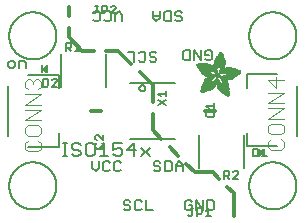
<source format=gbr>
G04 EAGLE Gerber RS-274X export*
G75*
%MOMM*%
%FSLAX34Y34*%
%LPD*%
%INSilkscreen Top*%
%IPPOS*%
%AMOC8*
5,1,8,0,0,1.08239X$1,22.5*%
G01*
%ADD10C,0.152400*%
%ADD11C,0.127000*%
%ADD12C,0.304800*%
%ADD13C,0.203200*%
%ADD14C,0.101600*%
%ADD15R,0.050800X0.006300*%
%ADD16R,0.082600X0.006400*%
%ADD17R,0.120600X0.006300*%
%ADD18R,0.139700X0.006400*%
%ADD19R,0.158800X0.006300*%
%ADD20R,0.177800X0.006400*%
%ADD21R,0.196800X0.006300*%
%ADD22R,0.215900X0.006400*%
%ADD23R,0.228600X0.006300*%
%ADD24R,0.241300X0.006400*%
%ADD25R,0.254000X0.006300*%
%ADD26R,0.266700X0.006400*%
%ADD27R,0.279400X0.006300*%
%ADD28R,0.285700X0.006400*%
%ADD29R,0.298400X0.006300*%
%ADD30R,0.311200X0.006400*%
%ADD31R,0.317500X0.006300*%
%ADD32R,0.330200X0.006400*%
%ADD33R,0.336600X0.006300*%
%ADD34R,0.349200X0.006400*%
%ADD35R,0.361900X0.006300*%
%ADD36R,0.368300X0.006400*%
%ADD37R,0.381000X0.006300*%
%ADD38R,0.387300X0.006400*%
%ADD39R,0.393700X0.006300*%
%ADD40R,0.406400X0.006400*%
%ADD41R,0.412700X0.006300*%
%ADD42R,0.419100X0.006400*%
%ADD43R,0.431800X0.006300*%
%ADD44R,0.438100X0.006400*%
%ADD45R,0.450800X0.006300*%
%ADD46R,0.457200X0.006400*%
%ADD47R,0.463500X0.006300*%
%ADD48R,0.476200X0.006400*%
%ADD49R,0.482600X0.006300*%
%ADD50R,0.488900X0.006400*%
%ADD51R,0.501600X0.006300*%
%ADD52R,0.508000X0.006400*%
%ADD53R,0.514300X0.006300*%
%ADD54R,0.527000X0.006400*%
%ADD55R,0.533400X0.006300*%
%ADD56R,0.546100X0.006400*%
%ADD57R,0.552400X0.006300*%
%ADD58R,0.558800X0.006400*%
%ADD59R,0.571500X0.006300*%
%ADD60R,0.577800X0.006400*%
%ADD61R,0.584200X0.006300*%
%ADD62R,0.596900X0.006400*%
%ADD63R,0.603200X0.006300*%
%ADD64R,0.609600X0.006400*%
%ADD65R,0.622300X0.006300*%
%ADD66R,0.628600X0.006400*%
%ADD67R,0.641300X0.006300*%
%ADD68R,0.647700X0.006400*%
%ADD69R,0.063500X0.006300*%
%ADD70R,0.654000X0.006300*%
%ADD71R,0.101600X0.006400*%
%ADD72R,0.666700X0.006400*%
%ADD73R,0.139700X0.006300*%
%ADD74R,0.673100X0.006300*%
%ADD75R,0.165100X0.006400*%
%ADD76R,0.679400X0.006400*%
%ADD77R,0.196900X0.006300*%
%ADD78R,0.692100X0.006300*%
%ADD79R,0.222200X0.006400*%
%ADD80R,0.698500X0.006400*%
%ADD81R,0.247700X0.006300*%
%ADD82R,0.704800X0.006300*%
%ADD83R,0.279400X0.006400*%
%ADD84R,0.717500X0.006400*%
%ADD85R,0.298500X0.006300*%
%ADD86R,0.723900X0.006300*%
%ADD87R,0.736600X0.006400*%
%ADD88R,0.342900X0.006300*%
%ADD89R,0.742900X0.006300*%
%ADD90R,0.374700X0.006400*%
%ADD91R,0.749300X0.006400*%
%ADD92R,0.762000X0.006300*%
%ADD93R,0.412700X0.006400*%
%ADD94R,0.768300X0.006400*%
%ADD95R,0.438100X0.006300*%
%ADD96R,0.774700X0.006300*%
%ADD97R,0.463600X0.006400*%
%ADD98R,0.787400X0.006400*%
%ADD99R,0.793700X0.006300*%
%ADD100R,0.495300X0.006400*%
%ADD101R,0.800100X0.006400*%
%ADD102R,0.520700X0.006300*%
%ADD103R,0.812800X0.006300*%
%ADD104R,0.533400X0.006400*%
%ADD105R,0.819100X0.006400*%
%ADD106R,0.558800X0.006300*%
%ADD107R,0.825500X0.006300*%
%ADD108R,0.577900X0.006400*%
%ADD109R,0.831800X0.006400*%
%ADD110R,0.596900X0.006300*%
%ADD111R,0.844500X0.006300*%
%ADD112R,0.616000X0.006400*%
%ADD113R,0.850900X0.006400*%
%ADD114R,0.635000X0.006300*%
%ADD115R,0.857200X0.006300*%
%ADD116R,0.654100X0.006400*%
%ADD117R,0.863600X0.006400*%
%ADD118R,0.666700X0.006300*%
%ADD119R,0.869900X0.006300*%
%ADD120R,0.685800X0.006400*%
%ADD121R,0.876300X0.006400*%
%ADD122R,0.882600X0.006300*%
%ADD123R,0.723900X0.006400*%
%ADD124R,0.889000X0.006400*%
%ADD125R,0.895300X0.006300*%
%ADD126R,0.755700X0.006400*%
%ADD127R,0.901700X0.006400*%
%ADD128R,0.908000X0.006300*%
%ADD129R,0.793800X0.006400*%
%ADD130R,0.914400X0.006400*%
%ADD131R,0.806400X0.006300*%
%ADD132R,0.920700X0.006300*%
%ADD133R,0.825500X0.006400*%
%ADD134R,0.927100X0.006400*%
%ADD135R,0.933400X0.006300*%
%ADD136R,0.857300X0.006400*%
%ADD137R,0.939800X0.006400*%
%ADD138R,0.870000X0.006300*%
%ADD139R,0.939800X0.006300*%
%ADD140R,0.946100X0.006400*%
%ADD141R,0.952500X0.006300*%
%ADD142R,0.908000X0.006400*%
%ADD143R,0.958800X0.006400*%
%ADD144R,0.965200X0.006300*%
%ADD145R,0.965200X0.006400*%
%ADD146R,0.971500X0.006300*%
%ADD147R,0.952500X0.006400*%
%ADD148R,0.977900X0.006400*%
%ADD149R,0.958800X0.006300*%
%ADD150R,0.984200X0.006300*%
%ADD151R,0.971500X0.006400*%
%ADD152R,0.984200X0.006400*%
%ADD153R,0.990600X0.006300*%
%ADD154R,0.984300X0.006400*%
%ADD155R,0.996900X0.006400*%
%ADD156R,0.997000X0.006300*%
%ADD157R,0.996900X0.006300*%
%ADD158R,1.003300X0.006400*%
%ADD159R,1.016000X0.006300*%
%ADD160R,1.009600X0.006300*%
%ADD161R,1.016000X0.006400*%
%ADD162R,1.009600X0.006400*%
%ADD163R,1.022300X0.006300*%
%ADD164R,1.028700X0.006400*%
%ADD165R,1.035100X0.006300*%
%ADD166R,1.047800X0.006400*%
%ADD167R,1.054100X0.006300*%
%ADD168R,1.028700X0.006300*%
%ADD169R,1.054100X0.006400*%
%ADD170R,1.035000X0.006400*%
%ADD171R,1.060400X0.006300*%
%ADD172R,1.035000X0.006300*%
%ADD173R,1.060500X0.006400*%
%ADD174R,1.041400X0.006400*%
%ADD175R,1.066800X0.006300*%
%ADD176R,1.041400X0.006300*%
%ADD177R,1.079500X0.006400*%
%ADD178R,1.047700X0.006400*%
%ADD179R,1.085900X0.006300*%
%ADD180R,1.047700X0.006300*%
%ADD181R,1.085800X0.006400*%
%ADD182R,1.092200X0.006300*%
%ADD183R,1.085900X0.006400*%
%ADD184R,1.098600X0.006300*%
%ADD185R,1.098600X0.006400*%
%ADD186R,1.060400X0.006400*%
%ADD187R,1.104900X0.006300*%
%ADD188R,1.104900X0.006400*%
%ADD189R,1.066800X0.006400*%
%ADD190R,1.111200X0.006300*%
%ADD191R,1.117600X0.006400*%
%ADD192R,1.117600X0.006300*%
%ADD193R,1.073100X0.006300*%
%ADD194R,1.073100X0.006400*%
%ADD195R,1.124000X0.006300*%
%ADD196R,1.079500X0.006300*%
%ADD197R,1.123900X0.006400*%
%ADD198R,1.130300X0.006300*%
%ADD199R,1.130300X0.006400*%
%ADD200R,1.136700X0.006400*%
%ADD201R,1.136700X0.006300*%
%ADD202R,1.085800X0.006300*%
%ADD203R,1.136600X0.006400*%
%ADD204R,1.136600X0.006300*%
%ADD205R,1.143000X0.006400*%
%ADD206R,1.143000X0.006300*%
%ADD207R,1.149400X0.006300*%
%ADD208R,1.149300X0.006300*%
%ADD209R,1.149300X0.006400*%
%ADD210R,1.149400X0.006400*%
%ADD211R,1.155700X0.006400*%
%ADD212R,1.155700X0.006300*%
%ADD213R,1.060500X0.006300*%
%ADD214R,2.197100X0.006400*%
%ADD215R,2.197100X0.006300*%
%ADD216R,2.184400X0.006300*%
%ADD217R,2.184400X0.006400*%
%ADD218R,2.171700X0.006400*%
%ADD219R,2.171700X0.006300*%
%ADD220R,1.530300X0.006400*%
%ADD221R,1.505000X0.006300*%
%ADD222R,1.492300X0.006400*%
%ADD223R,1.485900X0.006300*%
%ADD224R,0.565200X0.006300*%
%ADD225R,1.473200X0.006400*%
%ADD226R,0.565200X0.006400*%
%ADD227R,1.460500X0.006300*%
%ADD228R,1.454100X0.006400*%
%ADD229R,0.552400X0.006400*%
%ADD230R,1.441500X0.006300*%
%ADD231R,0.546100X0.006300*%
%ADD232R,1.435100X0.006400*%
%ADD233R,0.539800X0.006400*%
%ADD234R,1.428800X0.006300*%
%ADD235R,1.422400X0.006400*%
%ADD236R,1.409700X0.006300*%
%ADD237R,0.527100X0.006300*%
%ADD238R,1.403300X0.006400*%
%ADD239R,0.527100X0.006400*%
%ADD240R,1.390700X0.006300*%
%ADD241R,1.384300X0.006400*%
%ADD242R,0.520700X0.006400*%
%ADD243R,1.384300X0.006300*%
%ADD244R,0.514400X0.006300*%
%ADD245R,1.371600X0.006400*%
%ADD246R,1.365200X0.006300*%
%ADD247R,0.508000X0.006300*%
%ADD248R,1.352600X0.006400*%
%ADD249R,0.501700X0.006400*%
%ADD250R,0.711200X0.006300*%
%ADD251R,0.603300X0.006300*%
%ADD252R,0.501700X0.006300*%
%ADD253R,0.692100X0.006400*%
%ADD254R,0.571500X0.006400*%
%ADD255R,0.679400X0.006300*%
%ADD256R,0.495300X0.006300*%
%ADD257R,0.673100X0.006400*%
%ADD258R,0.666800X0.006300*%
%ADD259R,0.488900X0.006300*%
%ADD260R,0.660400X0.006400*%
%ADD261R,0.482600X0.006400*%
%ADD262R,0.476200X0.006300*%
%ADD263R,0.654000X0.006400*%
%ADD264R,0.469900X0.006400*%
%ADD265R,0.476300X0.006400*%
%ADD266R,0.647700X0.006300*%
%ADD267R,0.457200X0.006300*%
%ADD268R,0.469900X0.006300*%
%ADD269R,0.641300X0.006400*%
%ADD270R,0.444500X0.006400*%
%ADD271R,0.463600X0.006300*%
%ADD272R,0.635000X0.006400*%
%ADD273R,0.463500X0.006400*%
%ADD274R,0.393700X0.006400*%
%ADD275R,0.450800X0.006400*%
%ADD276R,0.628600X0.006300*%
%ADD277R,0.387400X0.006300*%
%ADD278R,0.450900X0.006300*%
%ADD279R,0.628700X0.006400*%
%ADD280R,0.374600X0.006400*%
%ADD281R,0.368300X0.006300*%
%ADD282R,0.438200X0.006300*%
%ADD283R,0.622300X0.006400*%
%ADD284R,0.355600X0.006400*%
%ADD285R,0.431800X0.006400*%
%ADD286R,0.349300X0.006300*%
%ADD287R,0.425400X0.006300*%
%ADD288R,0.615900X0.006300*%
%ADD289R,0.330200X0.006300*%
%ADD290R,0.419100X0.006300*%
%ADD291R,0.616000X0.006300*%
%ADD292R,0.311200X0.006300*%
%ADD293R,0.406400X0.006300*%
%ADD294R,0.615900X0.006400*%
%ADD295R,0.304800X0.006400*%
%ADD296R,0.158800X0.006400*%
%ADD297R,0.609600X0.006300*%
%ADD298R,0.292100X0.006300*%
%ADD299R,0.235000X0.006300*%
%ADD300R,0.387400X0.006400*%
%ADD301R,0.292100X0.006400*%
%ADD302R,0.336500X0.006300*%
%ADD303R,0.260400X0.006300*%
%ADD304R,0.603300X0.006400*%
%ADD305R,0.260400X0.006400*%
%ADD306R,0.362000X0.006400*%
%ADD307R,0.450900X0.006400*%
%ADD308R,0.355600X0.006300*%
%ADD309R,0.342900X0.006400*%
%ADD310R,0.514300X0.006400*%
%ADD311R,0.234900X0.006300*%
%ADD312R,0.539700X0.006300*%
%ADD313R,0.603200X0.006400*%
%ADD314R,0.234900X0.006400*%
%ADD315R,0.920700X0.006400*%
%ADD316R,0.958900X0.006400*%
%ADD317R,0.215900X0.006300*%
%ADD318R,0.209600X0.006400*%
%ADD319R,0.203200X0.006300*%
%ADD320R,1.003300X0.006300*%
%ADD321R,0.203200X0.006400*%
%ADD322R,0.196900X0.006400*%
%ADD323R,0.190500X0.006300*%
%ADD324R,0.190500X0.006400*%
%ADD325R,0.184200X0.006300*%
%ADD326R,0.590500X0.006400*%
%ADD327R,0.184200X0.006400*%
%ADD328R,0.590500X0.006300*%
%ADD329R,0.177800X0.006300*%
%ADD330R,0.584200X0.006400*%
%ADD331R,1.168400X0.006400*%
%ADD332R,0.171500X0.006300*%
%ADD333R,1.187500X0.006300*%
%ADD334R,1.200100X0.006400*%
%ADD335R,0.577800X0.006300*%
%ADD336R,1.212900X0.006300*%
%ADD337R,1.231900X0.006400*%
%ADD338R,1.250900X0.006300*%
%ADD339R,0.565100X0.006400*%
%ADD340R,0.184100X0.006400*%
%ADD341R,1.263700X0.006400*%
%ADD342R,0.565100X0.006300*%
%ADD343R,1.289100X0.006300*%
%ADD344R,1.314400X0.006400*%
%ADD345R,0.552500X0.006300*%
%ADD346R,1.568500X0.006300*%
%ADD347R,0.552500X0.006400*%
%ADD348R,1.581200X0.006400*%
%ADD349R,1.593800X0.006300*%
%ADD350R,1.606500X0.006400*%
%ADD351R,1.619300X0.006300*%
%ADD352R,0.514400X0.006400*%
%ADD353R,1.638300X0.006400*%
%ADD354R,1.657300X0.006300*%
%ADD355R,2.209800X0.006400*%
%ADD356R,2.425700X0.006300*%
%ADD357R,2.470100X0.006400*%
%ADD358R,2.501900X0.006300*%
%ADD359R,2.533700X0.006400*%
%ADD360R,2.559000X0.006300*%
%ADD361R,2.584500X0.006400*%
%ADD362R,2.609900X0.006300*%
%ADD363R,2.628900X0.006400*%
%ADD364R,2.660600X0.006300*%
%ADD365R,2.673400X0.006400*%
%ADD366R,1.422400X0.006300*%
%ADD367R,1.200200X0.006300*%
%ADD368R,1.365300X0.006300*%
%ADD369R,1.365300X0.006400*%
%ADD370R,1.352500X0.006300*%
%ADD371R,1.098500X0.006300*%
%ADD372R,1.358900X0.006400*%
%ADD373R,1.352600X0.006300*%
%ADD374R,1.358900X0.006300*%
%ADD375R,1.371600X0.006300*%
%ADD376R,1.377900X0.006400*%
%ADD377R,1.397000X0.006400*%
%ADD378R,1.403300X0.006300*%
%ADD379R,0.914400X0.006300*%
%ADD380R,0.876300X0.006300*%
%ADD381R,0.374600X0.006300*%
%ADD382R,1.073200X0.006400*%
%ADD383R,0.374700X0.006300*%
%ADD384R,0.844600X0.006400*%
%ADD385R,0.844600X0.006300*%
%ADD386R,0.831900X0.006400*%
%ADD387R,1.092200X0.006400*%
%ADD388R,0.400000X0.006300*%
%ADD389R,0.819200X0.006400*%
%ADD390R,1.111300X0.006400*%
%ADD391R,0.812800X0.006400*%
%ADD392R,0.800100X0.006300*%
%ADD393R,0.476300X0.006300*%
%ADD394R,1.181100X0.006300*%
%ADD395R,0.501600X0.006400*%
%ADD396R,1.193800X0.006400*%
%ADD397R,0.781000X0.006400*%
%ADD398R,1.238200X0.006400*%
%ADD399R,0.781100X0.006300*%
%ADD400R,1.257300X0.006300*%
%ADD401R,1.295400X0.006400*%
%ADD402R,1.333500X0.006300*%
%ADD403R,0.774700X0.006400*%
%ADD404R,1.866900X0.006400*%
%ADD405R,0.209600X0.006300*%
%ADD406R,1.866900X0.006300*%
%ADD407R,0.768400X0.006400*%
%ADD408R,0.209500X0.006400*%
%ADD409R,1.860600X0.006400*%
%ADD410R,0.762000X0.006400*%
%ADD411R,0.768400X0.006300*%
%ADD412R,1.860600X0.006300*%
%ADD413R,1.860500X0.006400*%
%ADD414R,0.222300X0.006300*%
%ADD415R,1.854200X0.006300*%
%ADD416R,0.235000X0.006400*%
%ADD417R,1.854200X0.006400*%
%ADD418R,0.768300X0.006300*%
%ADD419R,0.260300X0.006400*%
%ADD420R,1.847800X0.006400*%
%ADD421R,0.266700X0.006300*%
%ADD422R,1.847800X0.006300*%
%ADD423R,0.273100X0.006400*%
%ADD424R,1.841500X0.006400*%
%ADD425R,0.285800X0.006300*%
%ADD426R,1.841500X0.006300*%
%ADD427R,0.298500X0.006400*%
%ADD428R,1.835100X0.006400*%
%ADD429R,0.781000X0.006300*%
%ADD430R,0.304800X0.006300*%
%ADD431R,1.835100X0.006300*%
%ADD432R,0.317500X0.006400*%
%ADD433R,1.828800X0.006400*%
%ADD434R,0.787400X0.006300*%
%ADD435R,0.323800X0.006300*%
%ADD436R,1.828800X0.006300*%
%ADD437R,0.793700X0.006400*%
%ADD438R,1.822400X0.006400*%
%ADD439R,0.806500X0.006300*%
%ADD440R,1.822400X0.006300*%
%ADD441R,1.816100X0.006400*%
%ADD442R,0.819100X0.006300*%
%ADD443R,0.387300X0.006300*%
%ADD444R,1.816100X0.006300*%
%ADD445R,1.809800X0.006400*%
%ADD446R,1.803400X0.006300*%
%ADD447R,1.797000X0.006400*%
%ADD448R,0.901700X0.006300*%
%ADD449R,1.797000X0.006300*%
%ADD450R,1.441400X0.006400*%
%ADD451R,1.790700X0.006400*%
%ADD452R,1.447800X0.006300*%
%ADD453R,1.784300X0.006300*%
%ADD454R,1.447800X0.006400*%
%ADD455R,1.784300X0.006400*%
%ADD456R,1.454100X0.006300*%
%ADD457R,1.771700X0.006300*%
%ADD458R,1.460500X0.006400*%
%ADD459R,1.759000X0.006400*%
%ADD460R,1.466800X0.006300*%
%ADD461R,1.752600X0.006300*%
%ADD462R,1.466800X0.006400*%
%ADD463R,1.739900X0.006400*%
%ADD464R,1.473200X0.006300*%
%ADD465R,1.727200X0.006300*%
%ADD466R,1.479500X0.006400*%
%ADD467R,1.714500X0.006400*%
%ADD468R,1.695400X0.006300*%
%ADD469R,1.485900X0.006400*%
%ADD470R,1.682700X0.006400*%
%ADD471R,1.492200X0.006300*%
%ADD472R,1.663700X0.006300*%
%ADD473R,1.498600X0.006400*%
%ADD474R,1.644600X0.006400*%
%ADD475R,1.498600X0.006300*%
%ADD476R,1.619200X0.006300*%
%ADD477R,1.511300X0.006400*%
%ADD478R,1.600200X0.006400*%
%ADD479R,1.517700X0.006300*%
%ADD480R,1.574800X0.006300*%
%ADD481R,1.524000X0.006400*%
%ADD482R,1.555800X0.006400*%
%ADD483R,1.524000X0.006300*%
%ADD484R,1.536700X0.006300*%
%ADD485R,1.530400X0.006400*%
%ADD486R,1.517700X0.006400*%
%ADD487R,1.492300X0.006300*%
%ADD488R,1.549400X0.006400*%
%ADD489R,1.479600X0.006400*%
%ADD490R,1.549400X0.006300*%
%ADD491R,1.555700X0.006400*%
%ADD492R,1.562100X0.006300*%
%ADD493R,0.323900X0.006300*%
%ADD494R,1.568400X0.006400*%
%ADD495R,0.336600X0.006400*%
%ADD496R,1.587500X0.006300*%
%ADD497R,0.971600X0.006300*%
%ADD498R,0.349300X0.006400*%
%ADD499R,1.600200X0.006300*%
%ADD500R,0.920800X0.006300*%
%ADD501R,0.882700X0.006400*%
%ADD502R,1.612900X0.006300*%
%ADD503R,0.362000X0.006300*%
%ADD504R,1.625600X0.006400*%
%ADD505R,1.625600X0.006300*%
%ADD506R,1.644600X0.006300*%
%ADD507R,0.736600X0.006300*%
%ADD508R,0.717600X0.006400*%
%ADD509R,1.657400X0.006300*%
%ADD510R,0.679500X0.006300*%
%ADD511R,1.663700X0.006400*%
%ADD512R,0.400000X0.006400*%
%ADD513R,1.676400X0.006300*%
%ADD514R,1.676400X0.006400*%
%ADD515R,0.425500X0.006400*%
%ADD516R,1.352500X0.006400*%
%ADD517R,0.444500X0.006300*%
%ADD518R,0.361900X0.006400*%
%ADD519R,0.088900X0.006300*%
%ADD520R,1.009700X0.006300*%
%ADD521R,1.009700X0.006400*%
%ADD522R,1.022300X0.006400*%
%ADD523R,1.346200X0.006400*%
%ADD524R,1.346200X0.006300*%
%ADD525R,1.339900X0.006400*%
%ADD526R,1.035100X0.006400*%
%ADD527R,1.339800X0.006300*%
%ADD528R,1.333500X0.006400*%
%ADD529R,1.327200X0.006400*%
%ADD530R,1.320800X0.006300*%
%ADD531R,1.314500X0.006400*%
%ADD532R,1.314400X0.006300*%
%ADD533R,1.301700X0.006400*%
%ADD534R,1.295400X0.006300*%
%ADD535R,1.289000X0.006400*%
%ADD536R,1.276300X0.006300*%
%ADD537R,1.251000X0.006300*%
%ADD538R,1.244600X0.006400*%
%ADD539R,1.231900X0.006300*%
%ADD540R,1.212800X0.006400*%
%ADD541R,1.200100X0.006300*%
%ADD542R,1.187400X0.006400*%
%ADD543R,1.168400X0.006300*%
%ADD544R,1.047800X0.006300*%
%ADD545R,0.977900X0.006300*%
%ADD546R,0.946200X0.006400*%
%ADD547R,0.933400X0.006400*%
%ADD548R,0.895300X0.006400*%
%ADD549R,0.882700X0.006300*%
%ADD550R,0.863600X0.006300*%
%ADD551R,0.857200X0.006400*%
%ADD552R,0.850900X0.006300*%
%ADD553R,0.838200X0.006300*%
%ADD554R,0.806500X0.006400*%
%ADD555R,0.717600X0.006300*%
%ADD556R,0.711200X0.006400*%
%ADD557R,0.641400X0.006400*%
%ADD558R,0.641400X0.006300*%
%ADD559R,0.628700X0.006300*%
%ADD560R,0.590600X0.006300*%
%ADD561R,0.539700X0.006400*%
%ADD562R,0.285700X0.006300*%
%ADD563R,0.222200X0.006300*%
%ADD564R,0.171400X0.006300*%
%ADD565R,0.152400X0.006400*%
%ADD566R,0.133400X0.006300*%
%ADD567R,0.127000X0.762000*%

G36*
X37348Y121163D02*
X37348Y121163D01*
X37377Y121160D01*
X37469Y121180D01*
X37562Y121193D01*
X37589Y121206D01*
X37618Y121212D01*
X37698Y121260D01*
X37782Y121302D01*
X37803Y121323D01*
X37829Y121338D01*
X37890Y121410D01*
X37956Y121476D01*
X37969Y121502D01*
X37989Y121525D01*
X38024Y121612D01*
X38066Y121696D01*
X38070Y121726D01*
X38081Y121753D01*
X38099Y121920D01*
X38099Y127000D01*
X38094Y127029D01*
X38097Y127059D01*
X38075Y127150D01*
X38060Y127243D01*
X38046Y127269D01*
X38039Y127298D01*
X37988Y127377D01*
X37944Y127460D01*
X37923Y127481D01*
X37907Y127506D01*
X37834Y127565D01*
X37766Y127630D01*
X37739Y127642D01*
X37716Y127661D01*
X37628Y127694D01*
X37543Y127733D01*
X37513Y127736D01*
X37486Y127747D01*
X37392Y127750D01*
X37299Y127760D01*
X37269Y127754D01*
X37240Y127755D01*
X37150Y127728D01*
X37058Y127708D01*
X37033Y127693D01*
X37004Y127684D01*
X36862Y127594D01*
X33687Y125054D01*
X33618Y124977D01*
X33545Y124904D01*
X33536Y124887D01*
X33523Y124872D01*
X33481Y124776D01*
X33435Y124684D01*
X33433Y124664D01*
X33425Y124646D01*
X33416Y124543D01*
X33402Y124440D01*
X33406Y124421D01*
X33404Y124401D01*
X33429Y124300D01*
X33448Y124198D01*
X33458Y124181D01*
X33462Y124162D01*
X33518Y124075D01*
X33569Y123984D01*
X33586Y123967D01*
X33594Y123954D01*
X33619Y123934D01*
X33687Y123866D01*
X36862Y121326D01*
X36888Y121311D01*
X36910Y121291D01*
X36995Y121251D01*
X37077Y121205D01*
X37106Y121199D01*
X37133Y121187D01*
X37226Y121177D01*
X37318Y121159D01*
X37348Y121163D01*
G37*
G36*
X216731Y50046D02*
X216731Y50046D01*
X216760Y50045D01*
X216850Y50072D01*
X216942Y50092D01*
X216967Y50107D01*
X216996Y50116D01*
X217138Y50206D01*
X220313Y52746D01*
X220382Y52823D01*
X220455Y52896D01*
X220464Y52914D01*
X220477Y52928D01*
X220519Y53024D01*
X220565Y53116D01*
X220567Y53136D01*
X220575Y53154D01*
X220584Y53257D01*
X220598Y53360D01*
X220594Y53379D01*
X220596Y53399D01*
X220571Y53500D01*
X220552Y53602D01*
X220542Y53619D01*
X220538Y53638D01*
X220482Y53726D01*
X220431Y53816D01*
X220414Y53833D01*
X220406Y53846D01*
X220381Y53866D01*
X220313Y53934D01*
X217138Y56474D01*
X217112Y56489D01*
X217090Y56510D01*
X217005Y56549D01*
X216923Y56595D01*
X216894Y56601D01*
X216867Y56613D01*
X216774Y56623D01*
X216682Y56641D01*
X216652Y56637D01*
X216623Y56640D01*
X216531Y56620D01*
X216438Y56608D01*
X216411Y56594D01*
X216382Y56588D01*
X216302Y56540D01*
X216218Y56498D01*
X216197Y56477D01*
X216171Y56462D01*
X216110Y56390D01*
X216044Y56324D01*
X216031Y56298D01*
X216011Y56275D01*
X215976Y56188D01*
X215934Y56104D01*
X215930Y56074D01*
X215919Y56047D01*
X215901Y55880D01*
X215901Y50800D01*
X215906Y50771D01*
X215903Y50741D01*
X215925Y50650D01*
X215941Y50557D01*
X215954Y50531D01*
X215961Y50502D01*
X216012Y50423D01*
X216056Y50340D01*
X216077Y50319D01*
X216093Y50294D01*
X216166Y50235D01*
X216234Y50171D01*
X216261Y50158D01*
X216284Y50139D01*
X216372Y50106D01*
X216457Y50067D01*
X216487Y50064D01*
X216514Y50053D01*
X216608Y50050D01*
X216701Y50040D01*
X216731Y50046D01*
G37*
D10*
X75629Y46235D02*
X75629Y40473D01*
X78510Y37592D01*
X81391Y40473D01*
X81391Y46235D01*
X89306Y46235D02*
X90747Y44795D01*
X89306Y46235D02*
X86425Y46235D01*
X84984Y44795D01*
X84984Y39033D01*
X86425Y37592D01*
X89306Y37592D01*
X90747Y39033D01*
X98661Y46235D02*
X100102Y44795D01*
X98661Y46235D02*
X95780Y46235D01*
X94340Y44795D01*
X94340Y39033D01*
X95780Y37592D01*
X98661Y37592D01*
X100102Y39033D01*
X158691Y13215D02*
X160131Y11775D01*
X158691Y13215D02*
X155810Y13215D01*
X154369Y11775D01*
X154369Y6013D01*
X155810Y4572D01*
X158691Y4572D01*
X160131Y6013D01*
X160131Y8894D01*
X157250Y8894D01*
X163724Y13215D02*
X163724Y4572D01*
X169487Y4572D02*
X163724Y13215D01*
X169487Y13215D02*
X169487Y4572D01*
X173080Y4572D02*
X173080Y13215D01*
X173080Y4572D02*
X177401Y4572D01*
X178842Y6013D01*
X178842Y11775D01*
X177401Y13215D01*
X173080Y13215D01*
X108061Y11775D02*
X106621Y13215D01*
X103740Y13215D01*
X102299Y11775D01*
X102299Y10334D01*
X103740Y8894D01*
X106621Y8894D01*
X108061Y7453D01*
X108061Y6013D01*
X106621Y4572D01*
X103740Y4572D01*
X102299Y6013D01*
X115976Y13215D02*
X117417Y11775D01*
X115976Y13215D02*
X113095Y13215D01*
X111654Y11775D01*
X111654Y6013D01*
X113095Y4572D01*
X115976Y4572D01*
X117417Y6013D01*
X121010Y4572D02*
X121010Y13215D01*
X121010Y4572D02*
X126772Y4572D01*
X133461Y44795D02*
X132021Y46235D01*
X129140Y46235D01*
X127699Y44795D01*
X127699Y43354D01*
X129140Y41914D01*
X132021Y41914D01*
X133461Y40473D01*
X133461Y39033D01*
X132021Y37592D01*
X129140Y37592D01*
X127699Y39033D01*
X137054Y37592D02*
X137054Y46235D01*
X137054Y37592D02*
X141376Y37592D01*
X142817Y39033D01*
X142817Y44795D01*
X141376Y46235D01*
X137054Y46235D01*
X146410Y43354D02*
X146410Y37592D01*
X146410Y43354D02*
X149291Y46235D01*
X152172Y43354D01*
X152172Y37592D01*
X152172Y41914D02*
X146410Y41914D01*
D11*
X8894Y125095D02*
X5928Y125095D01*
X8894Y125095D02*
X10377Y126578D01*
X10377Y129544D01*
X8894Y131027D01*
X5928Y131027D01*
X4445Y129544D01*
X4445Y126578D01*
X5928Y125095D01*
X13800Y125095D02*
X13800Y131027D01*
X18249Y131027D01*
X19732Y129544D01*
X19732Y125095D01*
D10*
X100901Y164585D02*
X100901Y170347D01*
X98020Y173228D01*
X95139Y170347D01*
X95139Y164585D01*
X87224Y164585D02*
X85783Y166025D01*
X87224Y164585D02*
X90105Y164585D01*
X91546Y166025D01*
X91546Y171787D01*
X90105Y173228D01*
X87224Y173228D01*
X85783Y171787D01*
X77869Y164585D02*
X76428Y166025D01*
X77869Y164585D02*
X80750Y164585D01*
X82190Y166025D01*
X82190Y171787D01*
X80750Y173228D01*
X77869Y173228D01*
X76428Y171787D01*
X124349Y131735D02*
X125789Y130295D01*
X128670Y130295D01*
X130111Y131735D01*
X130111Y133176D01*
X128670Y134616D01*
X125789Y134616D01*
X124349Y136057D01*
X124349Y137497D01*
X125789Y138938D01*
X128670Y138938D01*
X130111Y137497D01*
X116434Y130295D02*
X114993Y131735D01*
X116434Y130295D02*
X119315Y130295D01*
X120756Y131735D01*
X120756Y137497D01*
X119315Y138938D01*
X116434Y138938D01*
X114993Y137497D01*
X111400Y138938D02*
X111400Y130295D01*
X111400Y138938D02*
X105638Y138938D01*
X145939Y166025D02*
X147379Y164585D01*
X150260Y164585D01*
X151701Y166025D01*
X151701Y167466D01*
X150260Y168906D01*
X147379Y168906D01*
X145939Y170347D01*
X145939Y171787D01*
X147379Y173228D01*
X150260Y173228D01*
X151701Y171787D01*
X142346Y173228D02*
X142346Y164585D01*
X142346Y173228D02*
X138024Y173228D01*
X136583Y171787D01*
X136583Y166025D01*
X138024Y164585D01*
X142346Y164585D01*
X132990Y167466D02*
X132990Y173228D01*
X132990Y167466D02*
X130109Y164585D01*
X127228Y167466D01*
X127228Y173228D01*
X127228Y168906D02*
X132990Y168906D01*
X171339Y133005D02*
X172779Y131565D01*
X175660Y131565D01*
X177101Y133005D01*
X177101Y138767D01*
X175660Y140208D01*
X172779Y140208D01*
X171339Y138767D01*
X171339Y135886D01*
X174220Y135886D01*
X167746Y131565D02*
X167746Y140208D01*
X161983Y140208D02*
X167746Y131565D01*
X161983Y131565D02*
X161983Y140208D01*
X158390Y140208D02*
X158390Y131565D01*
X158390Y140208D02*
X154069Y140208D01*
X152628Y138767D01*
X152628Y133005D01*
X154069Y131565D01*
X158390Y131565D01*
X54411Y50292D02*
X50682Y50292D01*
X52546Y50292D02*
X52546Y61478D01*
X50682Y61478D02*
X54411Y61478D01*
X64071Y61478D02*
X65935Y59613D01*
X64071Y61478D02*
X60342Y61478D01*
X58478Y59613D01*
X58478Y57749D01*
X60342Y55885D01*
X64071Y55885D01*
X65935Y54021D01*
X65935Y52156D01*
X64071Y50292D01*
X60342Y50292D01*
X58478Y52156D01*
X72036Y61478D02*
X75765Y61478D01*
X72036Y61478D02*
X70172Y59613D01*
X70172Y52156D01*
X72036Y50292D01*
X75765Y50292D01*
X77629Y52156D01*
X77629Y59613D01*
X75765Y61478D01*
X81866Y57749D02*
X85594Y61478D01*
X85594Y50292D01*
X81866Y50292D02*
X89323Y50292D01*
X93560Y61478D02*
X101017Y61478D01*
X93560Y61478D02*
X93560Y55885D01*
X97288Y57749D01*
X99153Y57749D01*
X101017Y55885D01*
X101017Y52156D01*
X99153Y50292D01*
X95424Y50292D01*
X93560Y52156D01*
X110847Y50292D02*
X110847Y61478D01*
X105254Y55885D01*
X112711Y55885D01*
X116948Y57749D02*
X124405Y50292D01*
X116948Y50292D02*
X124405Y57749D01*
D12*
X55880Y168830D02*
X55880Y176530D01*
X55880Y158830D02*
X55880Y151130D01*
X67310Y139700D01*
X77550Y139700D01*
X87550Y139700D02*
X97790Y139700D01*
X108859Y128631D01*
X115931Y121559D02*
X127000Y110490D01*
X127000Y96440D01*
X127000Y86440D02*
X127000Y72390D01*
X134139Y65251D01*
X141210Y58180D02*
X148350Y51040D01*
X155421Y43969D02*
X162560Y36830D01*
X177800Y36830D01*
X183154Y31476D01*
X190226Y24404D02*
X195580Y19050D01*
X195580Y0D01*
D13*
X5400Y152400D02*
X5406Y152891D01*
X5424Y153381D01*
X5454Y153871D01*
X5496Y154360D01*
X5550Y154848D01*
X5616Y155335D01*
X5694Y155819D01*
X5784Y156302D01*
X5886Y156782D01*
X5999Y157260D01*
X6124Y157734D01*
X6261Y158206D01*
X6409Y158674D01*
X6569Y159138D01*
X6740Y159598D01*
X6922Y160054D01*
X7116Y160505D01*
X7320Y160951D01*
X7536Y161392D01*
X7762Y161828D01*
X7998Y162258D01*
X8245Y162682D01*
X8503Y163100D01*
X8771Y163511D01*
X9048Y163916D01*
X9336Y164314D01*
X9633Y164705D01*
X9940Y165088D01*
X10256Y165463D01*
X10581Y165831D01*
X10915Y166191D01*
X11258Y166542D01*
X11609Y166885D01*
X11969Y167219D01*
X12337Y167544D01*
X12712Y167860D01*
X13095Y168167D01*
X13486Y168464D01*
X13884Y168752D01*
X14289Y169029D01*
X14700Y169297D01*
X15118Y169555D01*
X15542Y169802D01*
X15972Y170038D01*
X16408Y170264D01*
X16849Y170480D01*
X17295Y170684D01*
X17746Y170878D01*
X18202Y171060D01*
X18662Y171231D01*
X19126Y171391D01*
X19594Y171539D01*
X20066Y171676D01*
X20540Y171801D01*
X21018Y171914D01*
X21498Y172016D01*
X21981Y172106D01*
X22465Y172184D01*
X22952Y172250D01*
X23440Y172304D01*
X23929Y172346D01*
X24419Y172376D01*
X24909Y172394D01*
X25400Y172400D01*
X25891Y172394D01*
X26381Y172376D01*
X26871Y172346D01*
X27360Y172304D01*
X27848Y172250D01*
X28335Y172184D01*
X28819Y172106D01*
X29302Y172016D01*
X29782Y171914D01*
X30260Y171801D01*
X30734Y171676D01*
X31206Y171539D01*
X31674Y171391D01*
X32138Y171231D01*
X32598Y171060D01*
X33054Y170878D01*
X33505Y170684D01*
X33951Y170480D01*
X34392Y170264D01*
X34828Y170038D01*
X35258Y169802D01*
X35682Y169555D01*
X36100Y169297D01*
X36511Y169029D01*
X36916Y168752D01*
X37314Y168464D01*
X37705Y168167D01*
X38088Y167860D01*
X38463Y167544D01*
X38831Y167219D01*
X39191Y166885D01*
X39542Y166542D01*
X39885Y166191D01*
X40219Y165831D01*
X40544Y165463D01*
X40860Y165088D01*
X41167Y164705D01*
X41464Y164314D01*
X41752Y163916D01*
X42029Y163511D01*
X42297Y163100D01*
X42555Y162682D01*
X42802Y162258D01*
X43038Y161828D01*
X43264Y161392D01*
X43480Y160951D01*
X43684Y160505D01*
X43878Y160054D01*
X44060Y159598D01*
X44231Y159138D01*
X44391Y158674D01*
X44539Y158206D01*
X44676Y157734D01*
X44801Y157260D01*
X44914Y156782D01*
X45016Y156302D01*
X45106Y155819D01*
X45184Y155335D01*
X45250Y154848D01*
X45304Y154360D01*
X45346Y153871D01*
X45376Y153381D01*
X45394Y152891D01*
X45400Y152400D01*
X45394Y151909D01*
X45376Y151419D01*
X45346Y150929D01*
X45304Y150440D01*
X45250Y149952D01*
X45184Y149465D01*
X45106Y148981D01*
X45016Y148498D01*
X44914Y148018D01*
X44801Y147540D01*
X44676Y147066D01*
X44539Y146594D01*
X44391Y146126D01*
X44231Y145662D01*
X44060Y145202D01*
X43878Y144746D01*
X43684Y144295D01*
X43480Y143849D01*
X43264Y143408D01*
X43038Y142972D01*
X42802Y142542D01*
X42555Y142118D01*
X42297Y141700D01*
X42029Y141289D01*
X41752Y140884D01*
X41464Y140486D01*
X41167Y140095D01*
X40860Y139712D01*
X40544Y139337D01*
X40219Y138969D01*
X39885Y138609D01*
X39542Y138258D01*
X39191Y137915D01*
X38831Y137581D01*
X38463Y137256D01*
X38088Y136940D01*
X37705Y136633D01*
X37314Y136336D01*
X36916Y136048D01*
X36511Y135771D01*
X36100Y135503D01*
X35682Y135245D01*
X35258Y134998D01*
X34828Y134762D01*
X34392Y134536D01*
X33951Y134320D01*
X33505Y134116D01*
X33054Y133922D01*
X32598Y133740D01*
X32138Y133569D01*
X31674Y133409D01*
X31206Y133261D01*
X30734Y133124D01*
X30260Y132999D01*
X29782Y132886D01*
X29302Y132784D01*
X28819Y132694D01*
X28335Y132616D01*
X27848Y132550D01*
X27360Y132496D01*
X26871Y132454D01*
X26381Y132424D01*
X25891Y132406D01*
X25400Y132400D01*
X24909Y132406D01*
X24419Y132424D01*
X23929Y132454D01*
X23440Y132496D01*
X22952Y132550D01*
X22465Y132616D01*
X21981Y132694D01*
X21498Y132784D01*
X21018Y132886D01*
X20540Y132999D01*
X20066Y133124D01*
X19594Y133261D01*
X19126Y133409D01*
X18662Y133569D01*
X18202Y133740D01*
X17746Y133922D01*
X17295Y134116D01*
X16849Y134320D01*
X16408Y134536D01*
X15972Y134762D01*
X15542Y134998D01*
X15118Y135245D01*
X14700Y135503D01*
X14289Y135771D01*
X13884Y136048D01*
X13486Y136336D01*
X13095Y136633D01*
X12712Y136940D01*
X12337Y137256D01*
X11969Y137581D01*
X11609Y137915D01*
X11258Y138258D01*
X10915Y138609D01*
X10581Y138969D01*
X10256Y139337D01*
X9940Y139712D01*
X9633Y140095D01*
X9336Y140486D01*
X9048Y140884D01*
X8771Y141289D01*
X8503Y141700D01*
X8245Y142118D01*
X7998Y142542D01*
X7762Y142972D01*
X7536Y143408D01*
X7320Y143849D01*
X7116Y144295D01*
X6922Y144746D01*
X6740Y145202D01*
X6569Y145662D01*
X6409Y146126D01*
X6261Y146594D01*
X6124Y147066D01*
X5999Y147540D01*
X5886Y148018D01*
X5784Y148498D01*
X5694Y148981D01*
X5616Y149465D01*
X5550Y149952D01*
X5496Y150440D01*
X5454Y150929D01*
X5424Y151419D01*
X5406Y151909D01*
X5400Y152400D01*
X208600Y152400D02*
X208606Y152891D01*
X208624Y153381D01*
X208654Y153871D01*
X208696Y154360D01*
X208750Y154848D01*
X208816Y155335D01*
X208894Y155819D01*
X208984Y156302D01*
X209086Y156782D01*
X209199Y157260D01*
X209324Y157734D01*
X209461Y158206D01*
X209609Y158674D01*
X209769Y159138D01*
X209940Y159598D01*
X210122Y160054D01*
X210316Y160505D01*
X210520Y160951D01*
X210736Y161392D01*
X210962Y161828D01*
X211198Y162258D01*
X211445Y162682D01*
X211703Y163100D01*
X211971Y163511D01*
X212248Y163916D01*
X212536Y164314D01*
X212833Y164705D01*
X213140Y165088D01*
X213456Y165463D01*
X213781Y165831D01*
X214115Y166191D01*
X214458Y166542D01*
X214809Y166885D01*
X215169Y167219D01*
X215537Y167544D01*
X215912Y167860D01*
X216295Y168167D01*
X216686Y168464D01*
X217084Y168752D01*
X217489Y169029D01*
X217900Y169297D01*
X218318Y169555D01*
X218742Y169802D01*
X219172Y170038D01*
X219608Y170264D01*
X220049Y170480D01*
X220495Y170684D01*
X220946Y170878D01*
X221402Y171060D01*
X221862Y171231D01*
X222326Y171391D01*
X222794Y171539D01*
X223266Y171676D01*
X223740Y171801D01*
X224218Y171914D01*
X224698Y172016D01*
X225181Y172106D01*
X225665Y172184D01*
X226152Y172250D01*
X226640Y172304D01*
X227129Y172346D01*
X227619Y172376D01*
X228109Y172394D01*
X228600Y172400D01*
X229091Y172394D01*
X229581Y172376D01*
X230071Y172346D01*
X230560Y172304D01*
X231048Y172250D01*
X231535Y172184D01*
X232019Y172106D01*
X232502Y172016D01*
X232982Y171914D01*
X233460Y171801D01*
X233934Y171676D01*
X234406Y171539D01*
X234874Y171391D01*
X235338Y171231D01*
X235798Y171060D01*
X236254Y170878D01*
X236705Y170684D01*
X237151Y170480D01*
X237592Y170264D01*
X238028Y170038D01*
X238458Y169802D01*
X238882Y169555D01*
X239300Y169297D01*
X239711Y169029D01*
X240116Y168752D01*
X240514Y168464D01*
X240905Y168167D01*
X241288Y167860D01*
X241663Y167544D01*
X242031Y167219D01*
X242391Y166885D01*
X242742Y166542D01*
X243085Y166191D01*
X243419Y165831D01*
X243744Y165463D01*
X244060Y165088D01*
X244367Y164705D01*
X244664Y164314D01*
X244952Y163916D01*
X245229Y163511D01*
X245497Y163100D01*
X245755Y162682D01*
X246002Y162258D01*
X246238Y161828D01*
X246464Y161392D01*
X246680Y160951D01*
X246884Y160505D01*
X247078Y160054D01*
X247260Y159598D01*
X247431Y159138D01*
X247591Y158674D01*
X247739Y158206D01*
X247876Y157734D01*
X248001Y157260D01*
X248114Y156782D01*
X248216Y156302D01*
X248306Y155819D01*
X248384Y155335D01*
X248450Y154848D01*
X248504Y154360D01*
X248546Y153871D01*
X248576Y153381D01*
X248594Y152891D01*
X248600Y152400D01*
X248594Y151909D01*
X248576Y151419D01*
X248546Y150929D01*
X248504Y150440D01*
X248450Y149952D01*
X248384Y149465D01*
X248306Y148981D01*
X248216Y148498D01*
X248114Y148018D01*
X248001Y147540D01*
X247876Y147066D01*
X247739Y146594D01*
X247591Y146126D01*
X247431Y145662D01*
X247260Y145202D01*
X247078Y144746D01*
X246884Y144295D01*
X246680Y143849D01*
X246464Y143408D01*
X246238Y142972D01*
X246002Y142542D01*
X245755Y142118D01*
X245497Y141700D01*
X245229Y141289D01*
X244952Y140884D01*
X244664Y140486D01*
X244367Y140095D01*
X244060Y139712D01*
X243744Y139337D01*
X243419Y138969D01*
X243085Y138609D01*
X242742Y138258D01*
X242391Y137915D01*
X242031Y137581D01*
X241663Y137256D01*
X241288Y136940D01*
X240905Y136633D01*
X240514Y136336D01*
X240116Y136048D01*
X239711Y135771D01*
X239300Y135503D01*
X238882Y135245D01*
X238458Y134998D01*
X238028Y134762D01*
X237592Y134536D01*
X237151Y134320D01*
X236705Y134116D01*
X236254Y133922D01*
X235798Y133740D01*
X235338Y133569D01*
X234874Y133409D01*
X234406Y133261D01*
X233934Y133124D01*
X233460Y132999D01*
X232982Y132886D01*
X232502Y132784D01*
X232019Y132694D01*
X231535Y132616D01*
X231048Y132550D01*
X230560Y132496D01*
X230071Y132454D01*
X229581Y132424D01*
X229091Y132406D01*
X228600Y132400D01*
X228109Y132406D01*
X227619Y132424D01*
X227129Y132454D01*
X226640Y132496D01*
X226152Y132550D01*
X225665Y132616D01*
X225181Y132694D01*
X224698Y132784D01*
X224218Y132886D01*
X223740Y132999D01*
X223266Y133124D01*
X222794Y133261D01*
X222326Y133409D01*
X221862Y133569D01*
X221402Y133740D01*
X220946Y133922D01*
X220495Y134116D01*
X220049Y134320D01*
X219608Y134536D01*
X219172Y134762D01*
X218742Y134998D01*
X218318Y135245D01*
X217900Y135503D01*
X217489Y135771D01*
X217084Y136048D01*
X216686Y136336D01*
X216295Y136633D01*
X215912Y136940D01*
X215537Y137256D01*
X215169Y137581D01*
X214809Y137915D01*
X214458Y138258D01*
X214115Y138609D01*
X213781Y138969D01*
X213456Y139337D01*
X213140Y139712D01*
X212833Y140095D01*
X212536Y140486D01*
X212248Y140884D01*
X211971Y141289D01*
X211703Y141700D01*
X211445Y142118D01*
X211198Y142542D01*
X210962Y142972D01*
X210736Y143408D01*
X210520Y143849D01*
X210316Y144295D01*
X210122Y144746D01*
X209940Y145202D01*
X209769Y145662D01*
X209609Y146126D01*
X209461Y146594D01*
X209324Y147066D01*
X209199Y147540D01*
X209086Y148018D01*
X208984Y148498D01*
X208894Y148981D01*
X208816Y149465D01*
X208750Y149952D01*
X208696Y150440D01*
X208654Y150929D01*
X208624Y151419D01*
X208606Y151909D01*
X208600Y152400D01*
D10*
X47540Y118900D02*
X21540Y118900D01*
X47540Y118900D02*
X47540Y107900D01*
X47540Y69900D02*
X47540Y57900D01*
X21540Y57900D01*
X4540Y67900D02*
X4540Y109900D01*
D14*
X21060Y63495D02*
X18857Y61291D01*
X18857Y56885D01*
X21060Y54682D01*
X29873Y54682D01*
X32076Y56885D01*
X32076Y61291D01*
X29873Y63495D01*
X18857Y69982D02*
X18857Y74389D01*
X18857Y69982D02*
X21060Y67779D01*
X29873Y67779D01*
X32076Y69982D01*
X32076Y74389D01*
X29873Y76592D01*
X21060Y76592D01*
X18857Y74389D01*
X18857Y80876D02*
X32076Y80876D01*
X32076Y89689D02*
X18857Y80876D01*
X18857Y89689D02*
X32076Y89689D01*
X32076Y93973D02*
X18857Y93973D01*
X32076Y102786D01*
X18857Y102786D01*
X21060Y107071D02*
X18857Y109274D01*
X18857Y113680D01*
X21060Y115884D01*
X23263Y115884D01*
X25466Y113680D01*
X25466Y111477D01*
X25466Y113680D02*
X27670Y115884D01*
X29873Y115884D01*
X32076Y113680D01*
X32076Y109274D01*
X29873Y107071D01*
D10*
X206460Y58900D02*
X232460Y58900D01*
X206460Y58900D02*
X206460Y69900D01*
X206460Y107900D02*
X206460Y119900D01*
X232460Y119900D01*
X249460Y109900D02*
X249460Y67900D01*
D14*
X226656Y64921D02*
X224453Y62718D01*
X224453Y58311D01*
X226656Y56108D01*
X235469Y56108D01*
X237672Y58311D01*
X237672Y62718D01*
X235469Y64921D01*
X224453Y71408D02*
X224453Y75815D01*
X224453Y71408D02*
X226656Y69205D01*
X235469Y69205D01*
X237672Y71408D01*
X237672Y75815D01*
X235469Y78018D01*
X226656Y78018D01*
X224453Y75815D01*
X224453Y82303D02*
X237672Y82303D01*
X237672Y91115D02*
X224453Y82303D01*
X224453Y91115D02*
X237672Y91115D01*
X237672Y95400D02*
X224453Y95400D01*
X237672Y104213D01*
X224453Y104213D01*
X224453Y115107D02*
X237672Y115107D01*
X231062Y108497D02*
X224453Y115107D01*
X231062Y117310D02*
X231062Y108497D01*
D13*
X5400Y25400D02*
X5406Y25891D01*
X5424Y26381D01*
X5454Y26871D01*
X5496Y27360D01*
X5550Y27848D01*
X5616Y28335D01*
X5694Y28819D01*
X5784Y29302D01*
X5886Y29782D01*
X5999Y30260D01*
X6124Y30734D01*
X6261Y31206D01*
X6409Y31674D01*
X6569Y32138D01*
X6740Y32598D01*
X6922Y33054D01*
X7116Y33505D01*
X7320Y33951D01*
X7536Y34392D01*
X7762Y34828D01*
X7998Y35258D01*
X8245Y35682D01*
X8503Y36100D01*
X8771Y36511D01*
X9048Y36916D01*
X9336Y37314D01*
X9633Y37705D01*
X9940Y38088D01*
X10256Y38463D01*
X10581Y38831D01*
X10915Y39191D01*
X11258Y39542D01*
X11609Y39885D01*
X11969Y40219D01*
X12337Y40544D01*
X12712Y40860D01*
X13095Y41167D01*
X13486Y41464D01*
X13884Y41752D01*
X14289Y42029D01*
X14700Y42297D01*
X15118Y42555D01*
X15542Y42802D01*
X15972Y43038D01*
X16408Y43264D01*
X16849Y43480D01*
X17295Y43684D01*
X17746Y43878D01*
X18202Y44060D01*
X18662Y44231D01*
X19126Y44391D01*
X19594Y44539D01*
X20066Y44676D01*
X20540Y44801D01*
X21018Y44914D01*
X21498Y45016D01*
X21981Y45106D01*
X22465Y45184D01*
X22952Y45250D01*
X23440Y45304D01*
X23929Y45346D01*
X24419Y45376D01*
X24909Y45394D01*
X25400Y45400D01*
X25891Y45394D01*
X26381Y45376D01*
X26871Y45346D01*
X27360Y45304D01*
X27848Y45250D01*
X28335Y45184D01*
X28819Y45106D01*
X29302Y45016D01*
X29782Y44914D01*
X30260Y44801D01*
X30734Y44676D01*
X31206Y44539D01*
X31674Y44391D01*
X32138Y44231D01*
X32598Y44060D01*
X33054Y43878D01*
X33505Y43684D01*
X33951Y43480D01*
X34392Y43264D01*
X34828Y43038D01*
X35258Y42802D01*
X35682Y42555D01*
X36100Y42297D01*
X36511Y42029D01*
X36916Y41752D01*
X37314Y41464D01*
X37705Y41167D01*
X38088Y40860D01*
X38463Y40544D01*
X38831Y40219D01*
X39191Y39885D01*
X39542Y39542D01*
X39885Y39191D01*
X40219Y38831D01*
X40544Y38463D01*
X40860Y38088D01*
X41167Y37705D01*
X41464Y37314D01*
X41752Y36916D01*
X42029Y36511D01*
X42297Y36100D01*
X42555Y35682D01*
X42802Y35258D01*
X43038Y34828D01*
X43264Y34392D01*
X43480Y33951D01*
X43684Y33505D01*
X43878Y33054D01*
X44060Y32598D01*
X44231Y32138D01*
X44391Y31674D01*
X44539Y31206D01*
X44676Y30734D01*
X44801Y30260D01*
X44914Y29782D01*
X45016Y29302D01*
X45106Y28819D01*
X45184Y28335D01*
X45250Y27848D01*
X45304Y27360D01*
X45346Y26871D01*
X45376Y26381D01*
X45394Y25891D01*
X45400Y25400D01*
X45394Y24909D01*
X45376Y24419D01*
X45346Y23929D01*
X45304Y23440D01*
X45250Y22952D01*
X45184Y22465D01*
X45106Y21981D01*
X45016Y21498D01*
X44914Y21018D01*
X44801Y20540D01*
X44676Y20066D01*
X44539Y19594D01*
X44391Y19126D01*
X44231Y18662D01*
X44060Y18202D01*
X43878Y17746D01*
X43684Y17295D01*
X43480Y16849D01*
X43264Y16408D01*
X43038Y15972D01*
X42802Y15542D01*
X42555Y15118D01*
X42297Y14700D01*
X42029Y14289D01*
X41752Y13884D01*
X41464Y13486D01*
X41167Y13095D01*
X40860Y12712D01*
X40544Y12337D01*
X40219Y11969D01*
X39885Y11609D01*
X39542Y11258D01*
X39191Y10915D01*
X38831Y10581D01*
X38463Y10256D01*
X38088Y9940D01*
X37705Y9633D01*
X37314Y9336D01*
X36916Y9048D01*
X36511Y8771D01*
X36100Y8503D01*
X35682Y8245D01*
X35258Y7998D01*
X34828Y7762D01*
X34392Y7536D01*
X33951Y7320D01*
X33505Y7116D01*
X33054Y6922D01*
X32598Y6740D01*
X32138Y6569D01*
X31674Y6409D01*
X31206Y6261D01*
X30734Y6124D01*
X30260Y5999D01*
X29782Y5886D01*
X29302Y5784D01*
X28819Y5694D01*
X28335Y5616D01*
X27848Y5550D01*
X27360Y5496D01*
X26871Y5454D01*
X26381Y5424D01*
X25891Y5406D01*
X25400Y5400D01*
X24909Y5406D01*
X24419Y5424D01*
X23929Y5454D01*
X23440Y5496D01*
X22952Y5550D01*
X22465Y5616D01*
X21981Y5694D01*
X21498Y5784D01*
X21018Y5886D01*
X20540Y5999D01*
X20066Y6124D01*
X19594Y6261D01*
X19126Y6409D01*
X18662Y6569D01*
X18202Y6740D01*
X17746Y6922D01*
X17295Y7116D01*
X16849Y7320D01*
X16408Y7536D01*
X15972Y7762D01*
X15542Y7998D01*
X15118Y8245D01*
X14700Y8503D01*
X14289Y8771D01*
X13884Y9048D01*
X13486Y9336D01*
X13095Y9633D01*
X12712Y9940D01*
X12337Y10256D01*
X11969Y10581D01*
X11609Y10915D01*
X11258Y11258D01*
X10915Y11609D01*
X10581Y11969D01*
X10256Y12337D01*
X9940Y12712D01*
X9633Y13095D01*
X9336Y13486D01*
X9048Y13884D01*
X8771Y14289D01*
X8503Y14700D01*
X8245Y15118D01*
X7998Y15542D01*
X7762Y15972D01*
X7536Y16408D01*
X7320Y16849D01*
X7116Y17295D01*
X6922Y17746D01*
X6740Y18202D01*
X6569Y18662D01*
X6409Y19126D01*
X6261Y19594D01*
X6124Y20066D01*
X5999Y20540D01*
X5886Y21018D01*
X5784Y21498D01*
X5694Y21981D01*
X5616Y22465D01*
X5550Y22952D01*
X5496Y23440D01*
X5454Y23929D01*
X5424Y24419D01*
X5406Y24909D01*
X5400Y25400D01*
X208600Y25400D02*
X208606Y25891D01*
X208624Y26381D01*
X208654Y26871D01*
X208696Y27360D01*
X208750Y27848D01*
X208816Y28335D01*
X208894Y28819D01*
X208984Y29302D01*
X209086Y29782D01*
X209199Y30260D01*
X209324Y30734D01*
X209461Y31206D01*
X209609Y31674D01*
X209769Y32138D01*
X209940Y32598D01*
X210122Y33054D01*
X210316Y33505D01*
X210520Y33951D01*
X210736Y34392D01*
X210962Y34828D01*
X211198Y35258D01*
X211445Y35682D01*
X211703Y36100D01*
X211971Y36511D01*
X212248Y36916D01*
X212536Y37314D01*
X212833Y37705D01*
X213140Y38088D01*
X213456Y38463D01*
X213781Y38831D01*
X214115Y39191D01*
X214458Y39542D01*
X214809Y39885D01*
X215169Y40219D01*
X215537Y40544D01*
X215912Y40860D01*
X216295Y41167D01*
X216686Y41464D01*
X217084Y41752D01*
X217489Y42029D01*
X217900Y42297D01*
X218318Y42555D01*
X218742Y42802D01*
X219172Y43038D01*
X219608Y43264D01*
X220049Y43480D01*
X220495Y43684D01*
X220946Y43878D01*
X221402Y44060D01*
X221862Y44231D01*
X222326Y44391D01*
X222794Y44539D01*
X223266Y44676D01*
X223740Y44801D01*
X224218Y44914D01*
X224698Y45016D01*
X225181Y45106D01*
X225665Y45184D01*
X226152Y45250D01*
X226640Y45304D01*
X227129Y45346D01*
X227619Y45376D01*
X228109Y45394D01*
X228600Y45400D01*
X229091Y45394D01*
X229581Y45376D01*
X230071Y45346D01*
X230560Y45304D01*
X231048Y45250D01*
X231535Y45184D01*
X232019Y45106D01*
X232502Y45016D01*
X232982Y44914D01*
X233460Y44801D01*
X233934Y44676D01*
X234406Y44539D01*
X234874Y44391D01*
X235338Y44231D01*
X235798Y44060D01*
X236254Y43878D01*
X236705Y43684D01*
X237151Y43480D01*
X237592Y43264D01*
X238028Y43038D01*
X238458Y42802D01*
X238882Y42555D01*
X239300Y42297D01*
X239711Y42029D01*
X240116Y41752D01*
X240514Y41464D01*
X240905Y41167D01*
X241288Y40860D01*
X241663Y40544D01*
X242031Y40219D01*
X242391Y39885D01*
X242742Y39542D01*
X243085Y39191D01*
X243419Y38831D01*
X243744Y38463D01*
X244060Y38088D01*
X244367Y37705D01*
X244664Y37314D01*
X244952Y36916D01*
X245229Y36511D01*
X245497Y36100D01*
X245755Y35682D01*
X246002Y35258D01*
X246238Y34828D01*
X246464Y34392D01*
X246680Y33951D01*
X246884Y33505D01*
X247078Y33054D01*
X247260Y32598D01*
X247431Y32138D01*
X247591Y31674D01*
X247739Y31206D01*
X247876Y30734D01*
X248001Y30260D01*
X248114Y29782D01*
X248216Y29302D01*
X248306Y28819D01*
X248384Y28335D01*
X248450Y27848D01*
X248504Y27360D01*
X248546Y26871D01*
X248576Y26381D01*
X248594Y25891D01*
X248600Y25400D01*
X248594Y24909D01*
X248576Y24419D01*
X248546Y23929D01*
X248504Y23440D01*
X248450Y22952D01*
X248384Y22465D01*
X248306Y21981D01*
X248216Y21498D01*
X248114Y21018D01*
X248001Y20540D01*
X247876Y20066D01*
X247739Y19594D01*
X247591Y19126D01*
X247431Y18662D01*
X247260Y18202D01*
X247078Y17746D01*
X246884Y17295D01*
X246680Y16849D01*
X246464Y16408D01*
X246238Y15972D01*
X246002Y15542D01*
X245755Y15118D01*
X245497Y14700D01*
X245229Y14289D01*
X244952Y13884D01*
X244664Y13486D01*
X244367Y13095D01*
X244060Y12712D01*
X243744Y12337D01*
X243419Y11969D01*
X243085Y11609D01*
X242742Y11258D01*
X242391Y10915D01*
X242031Y10581D01*
X241663Y10256D01*
X241288Y9940D01*
X240905Y9633D01*
X240514Y9336D01*
X240116Y9048D01*
X239711Y8771D01*
X239300Y8503D01*
X238882Y8245D01*
X238458Y7998D01*
X238028Y7762D01*
X237592Y7536D01*
X237151Y7320D01*
X236705Y7116D01*
X236254Y6922D01*
X235798Y6740D01*
X235338Y6569D01*
X234874Y6409D01*
X234406Y6261D01*
X233934Y6124D01*
X233460Y5999D01*
X232982Y5886D01*
X232502Y5784D01*
X232019Y5694D01*
X231535Y5616D01*
X231048Y5550D01*
X230560Y5496D01*
X230071Y5454D01*
X229581Y5424D01*
X229091Y5406D01*
X228600Y5400D01*
X228109Y5406D01*
X227619Y5424D01*
X227129Y5454D01*
X226640Y5496D01*
X226152Y5550D01*
X225665Y5616D01*
X225181Y5694D01*
X224698Y5784D01*
X224218Y5886D01*
X223740Y5999D01*
X223266Y6124D01*
X222794Y6261D01*
X222326Y6409D01*
X221862Y6569D01*
X221402Y6740D01*
X220946Y6922D01*
X220495Y7116D01*
X220049Y7320D01*
X219608Y7536D01*
X219172Y7762D01*
X218742Y7998D01*
X218318Y8245D01*
X217900Y8503D01*
X217489Y8771D01*
X217084Y9048D01*
X216686Y9336D01*
X216295Y9633D01*
X215912Y9940D01*
X215537Y10256D01*
X215169Y10581D01*
X214809Y10915D01*
X214458Y11258D01*
X214115Y11609D01*
X213781Y11969D01*
X213456Y12337D01*
X213140Y12712D01*
X212833Y13095D01*
X212536Y13486D01*
X212248Y13884D01*
X211971Y14289D01*
X211703Y14700D01*
X211445Y15118D01*
X211198Y15542D01*
X210962Y15972D01*
X210736Y16408D01*
X210520Y16849D01*
X210316Y17295D01*
X210122Y17746D01*
X209940Y18202D01*
X209769Y18662D01*
X209609Y19126D01*
X209461Y19594D01*
X209324Y20066D01*
X209199Y20540D01*
X209086Y21018D01*
X208984Y21498D01*
X208894Y21981D01*
X208816Y22465D01*
X208750Y22952D01*
X208696Y23440D01*
X208654Y23929D01*
X208624Y24419D01*
X208606Y24909D01*
X208600Y25400D01*
D15*
X190468Y100521D03*
D16*
X190500Y100584D03*
D17*
X190500Y100648D03*
D18*
X190469Y100711D03*
D19*
X190500Y100775D03*
D20*
X190468Y100838D03*
D21*
X190500Y100902D03*
D22*
X190469Y100965D03*
D23*
X190468Y101029D03*
D24*
X190405Y101092D03*
D25*
X190405Y101156D03*
D26*
X190342Y101219D03*
D27*
X190341Y101283D03*
D28*
X190310Y101346D03*
D29*
X190246Y101410D03*
D30*
X190246Y101473D03*
D31*
X190215Y101537D03*
D32*
X190151Y101600D03*
D33*
X190119Y101664D03*
D34*
X190119Y101727D03*
D35*
X190056Y101791D03*
D36*
X190024Y101854D03*
D37*
X189960Y101918D03*
D38*
X189929Y101981D03*
D39*
X189897Y102045D03*
D40*
X189833Y102108D03*
D41*
X189802Y102172D03*
D42*
X189770Y102235D03*
D43*
X189706Y102299D03*
D44*
X189675Y102362D03*
D45*
X189611Y102426D03*
D46*
X189579Y102489D03*
D47*
X189548Y102553D03*
D48*
X189484Y102616D03*
D49*
X189452Y102680D03*
D50*
X189421Y102743D03*
D51*
X189357Y102807D03*
D52*
X189325Y102870D03*
D53*
X189294Y102934D03*
D54*
X189230Y102997D03*
D55*
X189198Y103061D03*
D56*
X189135Y103124D03*
D57*
X189103Y103188D03*
D58*
X189071Y103251D03*
D59*
X189008Y103315D03*
D60*
X188976Y103378D03*
D61*
X188944Y103442D03*
D62*
X188881Y103505D03*
D63*
X188849Y103569D03*
D64*
X188817Y103632D03*
D65*
X188754Y103696D03*
D66*
X188722Y103759D03*
D67*
X188659Y103823D03*
D68*
X188627Y103886D03*
D69*
X168815Y103950D03*
D70*
X188595Y103950D03*
D71*
X168815Y104013D03*
D72*
X188532Y104013D03*
D73*
X168879Y104077D03*
D74*
X188500Y104077D03*
D75*
X168942Y104140D03*
D76*
X188468Y104140D03*
D77*
X168974Y104204D03*
D78*
X188405Y104204D03*
D79*
X169037Y104267D03*
D80*
X188373Y104267D03*
D81*
X169101Y104331D03*
D82*
X188341Y104331D03*
D83*
X169196Y104394D03*
D84*
X188278Y104394D03*
D85*
X169228Y104458D03*
D86*
X188246Y104458D03*
D32*
X169323Y104521D03*
D87*
X188182Y104521D03*
D88*
X169387Y104585D03*
D89*
X188151Y104585D03*
D90*
X169482Y104648D03*
D91*
X188119Y104648D03*
D39*
X169577Y104712D03*
D92*
X188055Y104712D03*
D93*
X169609Y104775D03*
D94*
X188024Y104775D03*
D95*
X169736Y104839D03*
D96*
X187992Y104839D03*
D97*
X169799Y104902D03*
D98*
X187928Y104902D03*
D49*
X169894Y104966D03*
D99*
X187897Y104966D03*
D100*
X169958Y105029D03*
D101*
X187865Y105029D03*
D102*
X170085Y105093D03*
D103*
X187801Y105093D03*
D104*
X170148Y105156D03*
D105*
X187770Y105156D03*
D106*
X170275Y105220D03*
D107*
X187738Y105220D03*
D108*
X170371Y105283D03*
D109*
X187706Y105283D03*
D110*
X170466Y105347D03*
D111*
X187643Y105347D03*
D112*
X170561Y105410D03*
D113*
X187611Y105410D03*
D114*
X170656Y105474D03*
D115*
X187579Y105474D03*
D116*
X170752Y105537D03*
D117*
X187547Y105537D03*
D118*
X170879Y105601D03*
D119*
X187516Y105601D03*
D120*
X170974Y105664D03*
D121*
X187484Y105664D03*
D82*
X171069Y105728D03*
D122*
X187452Y105728D03*
D123*
X171165Y105791D03*
D124*
X187420Y105791D03*
D89*
X171260Y105855D03*
D125*
X187389Y105855D03*
D126*
X171387Y105918D03*
D127*
X187357Y105918D03*
D96*
X171482Y105982D03*
D128*
X187325Y105982D03*
D129*
X171577Y106045D03*
D130*
X187293Y106045D03*
D131*
X171704Y106109D03*
D132*
X187262Y106109D03*
D133*
X171800Y106172D03*
D134*
X187230Y106172D03*
D111*
X171895Y106236D03*
D135*
X187198Y106236D03*
D136*
X172022Y106299D03*
D137*
X187166Y106299D03*
D138*
X172085Y106363D03*
D139*
X187166Y106363D03*
D124*
X172180Y106426D03*
D140*
X187135Y106426D03*
D125*
X172276Y106490D03*
D141*
X187103Y106490D03*
D142*
X172339Y106553D03*
D143*
X187071Y106553D03*
D132*
X172403Y106617D03*
D144*
X187039Y106617D03*
D134*
X172498Y106680D03*
D145*
X187039Y106680D03*
D139*
X172561Y106744D03*
D146*
X187008Y106744D03*
D147*
X172625Y106807D03*
D148*
X186976Y106807D03*
D149*
X172720Y106871D03*
D150*
X186944Y106871D03*
D151*
X172784Y106934D03*
D152*
X186944Y106934D03*
D150*
X172847Y106998D03*
D153*
X186912Y106998D03*
D154*
X172911Y107061D03*
D155*
X186881Y107061D03*
D156*
X172974Y107125D03*
D157*
X186881Y107125D03*
D158*
X173006Y107188D03*
X186849Y107188D03*
D159*
X173069Y107252D03*
D160*
X186817Y107252D03*
D161*
X173133Y107315D03*
D162*
X186817Y107315D03*
D163*
X173165Y107379D03*
D159*
X186785Y107379D03*
D164*
X173260Y107442D03*
D161*
X186785Y107442D03*
D165*
X173292Y107506D03*
D163*
X186754Y107506D03*
D166*
X173355Y107569D03*
D164*
X186722Y107569D03*
D167*
X173387Y107633D03*
D168*
X186722Y107633D03*
D169*
X173451Y107696D03*
D170*
X186690Y107696D03*
D171*
X173482Y107760D03*
D172*
X186690Y107760D03*
D173*
X173546Y107823D03*
D174*
X186658Y107823D03*
D175*
X173577Y107887D03*
D176*
X186658Y107887D03*
D177*
X173641Y107950D03*
D178*
X186627Y107950D03*
D179*
X173673Y108014D03*
D180*
X186627Y108014D03*
D181*
X173736Y108077D03*
D169*
X186595Y108077D03*
D182*
X173768Y108141D03*
D167*
X186595Y108141D03*
D183*
X173800Y108204D03*
D169*
X186595Y108204D03*
D184*
X173863Y108268D03*
D171*
X186563Y108268D03*
D185*
X173863Y108331D03*
D186*
X186563Y108331D03*
D187*
X173895Y108395D03*
D175*
X186531Y108395D03*
D188*
X173959Y108458D03*
D189*
X186531Y108458D03*
D190*
X173990Y108522D03*
D175*
X186531Y108522D03*
D191*
X174022Y108585D03*
D189*
X186531Y108585D03*
D192*
X174085Y108649D03*
D193*
X186500Y108649D03*
D191*
X174085Y108712D03*
D194*
X186500Y108712D03*
D195*
X174117Y108776D03*
D196*
X186468Y108776D03*
D197*
X174181Y108839D03*
D177*
X186468Y108839D03*
D198*
X174213Y108903D03*
D196*
X186468Y108903D03*
D199*
X174213Y108966D03*
D177*
X186468Y108966D03*
D198*
X174276Y109030D03*
D196*
X186468Y109030D03*
D200*
X174308Y109093D03*
D181*
X186436Y109093D03*
D201*
X174308Y109157D03*
D202*
X186436Y109157D03*
D203*
X174371Y109220D03*
D177*
X186405Y109220D03*
D204*
X174371Y109284D03*
D196*
X186405Y109284D03*
D205*
X174403Y109347D03*
D183*
X186373Y109347D03*
D206*
X174466Y109411D03*
D179*
X186373Y109411D03*
D205*
X174466Y109474D03*
D183*
X186373Y109474D03*
D207*
X174498Y109538D03*
D179*
X186373Y109538D03*
D205*
X174530Y109601D03*
D183*
X186373Y109601D03*
D208*
X174562Y109665D03*
D179*
X186373Y109665D03*
D209*
X174562Y109728D03*
D183*
X186373Y109728D03*
D207*
X174625Y109792D03*
D179*
X186373Y109792D03*
D210*
X174625Y109855D03*
D183*
X186373Y109855D03*
D207*
X174625Y109919D03*
D202*
X186309Y109919D03*
D209*
X174689Y109982D03*
D181*
X186309Y109982D03*
D208*
X174689Y110046D03*
D202*
X186309Y110046D03*
D211*
X174721Y110109D03*
D181*
X186309Y110109D03*
D207*
X174752Y110173D03*
D202*
X186309Y110173D03*
D210*
X174752Y110236D03*
D181*
X186309Y110236D03*
D212*
X174784Y110300D03*
D202*
X186309Y110300D03*
D209*
X174816Y110363D03*
D181*
X186309Y110363D03*
D208*
X174816Y110427D03*
D196*
X186278Y110427D03*
D211*
X174848Y110490D03*
D177*
X186278Y110490D03*
D207*
X174879Y110554D03*
D196*
X186278Y110554D03*
D210*
X174879Y110617D03*
D177*
X186278Y110617D03*
D207*
X174879Y110681D03*
D196*
X186278Y110681D03*
D209*
X174943Y110744D03*
D194*
X186246Y110744D03*
D208*
X174943Y110808D03*
D193*
X186246Y110808D03*
D209*
X174943Y110871D03*
D189*
X186277Y110871D03*
D207*
X175006Y110935D03*
D175*
X186277Y110935D03*
D210*
X175006Y110998D03*
D189*
X186277Y110998D03*
D207*
X175006Y111062D03*
D213*
X186246Y111062D03*
D205*
X175038Y111125D03*
D173*
X186246Y111125D03*
D208*
X175070Y111189D03*
D213*
X186246Y111189D03*
D209*
X175070Y111252D03*
D169*
X186214Y111252D03*
D206*
X175101Y111316D03*
D167*
X186214Y111316D03*
D210*
X175133Y111379D03*
D169*
X186214Y111379D03*
D207*
X175133Y111443D03*
D167*
X186214Y111443D03*
D214*
X180436Y111506D03*
D215*
X180436Y111570D03*
D214*
X180436Y111633D03*
D216*
X180435Y111697D03*
D217*
X180435Y111760D03*
D216*
X180435Y111824D03*
D218*
X180436Y111887D03*
D219*
X180436Y111951D03*
D220*
X177229Y112014D03*
D62*
X188246Y112014D03*
D221*
X177165Y112078D03*
D61*
X188309Y112078D03*
D222*
X177102Y112141D03*
D60*
X188341Y112141D03*
D223*
X177070Y112205D03*
D224*
X188341Y112205D03*
D225*
X177006Y112268D03*
D226*
X188341Y112268D03*
D227*
X177007Y112332D03*
D57*
X188341Y112332D03*
D228*
X176975Y112395D03*
D229*
X188341Y112395D03*
D230*
X176975Y112459D03*
D231*
X188310Y112459D03*
D232*
X176943Y112522D03*
D233*
X188341Y112522D03*
D234*
X176911Y112586D03*
D55*
X188309Y112586D03*
D235*
X176879Y112649D03*
D104*
X188309Y112649D03*
D236*
X176880Y112713D03*
D237*
X188278Y112713D03*
D238*
X176848Y112776D03*
D239*
X188278Y112776D03*
D240*
X176848Y112840D03*
D102*
X188246Y112840D03*
D241*
X176816Y112903D03*
D242*
X188246Y112903D03*
D243*
X176816Y112967D03*
D244*
X188214Y112967D03*
D245*
X176816Y113030D03*
D52*
X188182Y113030D03*
D246*
X176784Y113094D03*
D247*
X188182Y113094D03*
D248*
X176784Y113157D03*
D249*
X188151Y113157D03*
D250*
X173577Y113221D03*
D251*
X180531Y113221D03*
D252*
X188151Y113221D03*
D253*
X173546Y113284D03*
D254*
X180626Y113284D03*
D100*
X188119Y113284D03*
D255*
X173482Y113348D03*
D231*
X180690Y113348D03*
D256*
X188056Y113348D03*
D257*
X173514Y113411D03*
D104*
X180753Y113411D03*
D50*
X188024Y113411D03*
D258*
X173482Y113475D03*
D53*
X180785Y113475D03*
D259*
X188024Y113475D03*
D260*
X173450Y113538D03*
D100*
X180817Y113538D03*
D261*
X187992Y113538D03*
D70*
X173482Y113602D03*
D49*
X180880Y113602D03*
D262*
X187960Y113602D03*
D263*
X173482Y113665D03*
D264*
X180880Y113665D03*
D265*
X187897Y113665D03*
D266*
X173514Y113729D03*
D267*
X180943Y113729D03*
D268*
X187865Y113729D03*
D269*
X173546Y113792D03*
D270*
X180944Y113792D03*
D264*
X187865Y113792D03*
D67*
X173546Y113856D03*
D43*
X181007Y113856D03*
D271*
X187833Y113856D03*
D272*
X173577Y113919D03*
D42*
X181007Y113919D03*
D273*
X187770Y113919D03*
D114*
X173577Y113983D03*
D41*
X181039Y113983D03*
D267*
X187738Y113983D03*
D66*
X173609Y114046D03*
D274*
X181071Y114046D03*
D275*
X187706Y114046D03*
D276*
X173609Y114110D03*
D277*
X181102Y114110D03*
D278*
X187643Y114110D03*
D279*
X173673Y114173D03*
D280*
X181102Y114173D03*
D270*
X187611Y114173D03*
D65*
X173705Y114237D03*
D281*
X181134Y114237D03*
D282*
X187579Y114237D03*
D283*
X173705Y114300D03*
D284*
X181134Y114300D03*
D285*
X187484Y114300D03*
D65*
X173768Y114364D03*
D286*
X181166Y114364D03*
D287*
X187452Y114364D03*
D283*
X173768Y114427D03*
D32*
X181197Y114427D03*
D42*
X187421Y114427D03*
D288*
X173800Y114491D03*
D289*
X181197Y114491D03*
D290*
X187357Y114491D03*
D112*
X173863Y114554D03*
D30*
X181229Y114554D03*
D40*
X187293Y114554D03*
D291*
X173863Y114618D03*
D292*
X181229Y114618D03*
D293*
X187230Y114618D03*
D294*
X173927Y114681D03*
D295*
X181261Y114681D03*
D274*
X187167Y114681D03*
D296*
X191135Y114681D03*
D297*
X173958Y114745D03*
D298*
X181261Y114745D03*
D39*
X187103Y114745D03*
D299*
X191135Y114745D03*
D112*
X173990Y114808D03*
D28*
X181293Y114808D03*
D300*
X187071Y114808D03*
D301*
X191167Y114808D03*
D288*
X174054Y114872D03*
D27*
X181324Y114872D03*
D37*
X186976Y114872D03*
D302*
X191199Y114872D03*
D64*
X174085Y114935D03*
D26*
X181325Y114935D03*
D280*
X186944Y114935D03*
D90*
X191199Y114935D03*
D297*
X174149Y114999D03*
D303*
X181356Y114999D03*
D281*
X186849Y114999D03*
D41*
X191199Y114999D03*
D304*
X174181Y115062D03*
D305*
X181356Y115062D03*
D306*
X186817Y115062D03*
D307*
X191199Y115062D03*
D297*
X174212Y115126D03*
D25*
X181388Y115126D03*
D308*
X186722Y115126D03*
D49*
X191167Y115126D03*
D64*
X174276Y115189D03*
D24*
X181388Y115189D03*
D309*
X186659Y115189D03*
D310*
X191199Y115189D03*
D251*
X174308Y115253D03*
D311*
X181420Y115253D03*
D88*
X186595Y115253D03*
D312*
X191199Y115253D03*
D313*
X174371Y115316D03*
D314*
X181420Y115316D03*
D315*
X189421Y115316D03*
D251*
X174435Y115380D03*
D23*
X181451Y115380D03*
D135*
X189484Y115380D03*
D313*
X174498Y115443D03*
D22*
X181452Y115443D03*
D316*
X189548Y115443D03*
D110*
X174530Y115507D03*
D317*
X181452Y115507D03*
D144*
X189579Y115507D03*
D62*
X174594Y115570D03*
D318*
X181483Y115570D03*
D152*
X189611Y115570D03*
D110*
X174657Y115634D03*
D319*
X181515Y115634D03*
D320*
X189643Y115634D03*
D62*
X174721Y115697D03*
D321*
X181515Y115697D03*
D161*
X189706Y115697D03*
D110*
X174784Y115761D03*
D77*
X181547Y115761D03*
D172*
X189738Y115761D03*
D62*
X174848Y115824D03*
D322*
X181547Y115824D03*
D166*
X189738Y115824D03*
D110*
X174911Y115888D03*
D323*
X181579Y115888D03*
D175*
X189770Y115888D03*
D62*
X174975Y115951D03*
D324*
X181579Y115951D03*
D194*
X189802Y115951D03*
D110*
X175038Y116015D03*
D325*
X181610Y116015D03*
D182*
X189833Y116015D03*
D326*
X175070Y116078D03*
D327*
X181610Y116078D03*
D188*
X189834Y116078D03*
D328*
X175197Y116142D03*
D329*
X181642Y116142D03*
D195*
X189865Y116142D03*
D330*
X175228Y116205D03*
D20*
X181642Y116205D03*
D203*
X189865Y116205D03*
D328*
X175324Y116269D03*
D329*
X181642Y116269D03*
D212*
X189897Y116269D03*
D330*
X175419Y116332D03*
D20*
X181642Y116332D03*
D331*
X189897Y116332D03*
D61*
X175482Y116396D03*
D332*
X181674Y116396D03*
D333*
X189929Y116396D03*
D108*
X175578Y116459D03*
D20*
X181705Y116459D03*
D334*
X189929Y116459D03*
D335*
X175641Y116523D03*
D329*
X181705Y116523D03*
D336*
X189929Y116523D03*
D60*
X175768Y116586D03*
D327*
X181737Y116586D03*
D337*
X189961Y116586D03*
D59*
X175864Y116650D03*
D325*
X181737Y116650D03*
D338*
X189929Y116650D03*
D339*
X175959Y116713D03*
D340*
X181801Y116713D03*
D341*
X189929Y116713D03*
D342*
X176086Y116777D03*
D77*
X181801Y116777D03*
D343*
X189929Y116777D03*
D58*
X176181Y116840D03*
D318*
X181864Y116840D03*
D344*
X189865Y116840D03*
D345*
X176340Y116904D03*
D346*
X188659Y116904D03*
D347*
X176467Y116967D03*
D348*
X188722Y116967D03*
D55*
X176625Y117031D03*
D349*
X188722Y117031D03*
D104*
X176816Y117094D03*
D350*
X188786Y117094D03*
D102*
X176943Y117158D03*
D351*
X188786Y117158D03*
D352*
X177165Y117221D03*
D353*
X188818Y117221D03*
D102*
X177388Y117285D03*
D354*
X188786Y117285D03*
D355*
X186087Y117348D03*
D356*
X185135Y117412D03*
D357*
X184976Y117475D03*
D358*
X184881Y117539D03*
D359*
X184849Y117602D03*
D360*
X184785Y117666D03*
D361*
X184722Y117729D03*
D362*
X184722Y117793D03*
D363*
X184690Y117856D03*
D364*
X184658Y117920D03*
D365*
X184658Y117983D03*
D366*
X178213Y118047D03*
D367*
X192151Y118047D03*
D241*
X177959Y118110D03*
D211*
X192437Y118110D03*
D368*
X177737Y118174D03*
D195*
X192659Y118174D03*
D369*
X177610Y118237D03*
D191*
X192818Y118237D03*
D370*
X177483Y118301D03*
D371*
X192977Y118301D03*
D372*
X177388Y118364D03*
D183*
X193104Y118364D03*
D373*
X177292Y118428D03*
D196*
X193263Y118428D03*
D372*
X177197Y118491D03*
D189*
X193389Y118491D03*
D374*
X177134Y118555D03*
D213*
X193485Y118555D03*
D245*
X177070Y118618D03*
D173*
X193612Y118618D03*
D375*
X177006Y118682D03*
D167*
X193707Y118682D03*
D376*
X176975Y118745D03*
D186*
X193802Y118745D03*
D243*
X176943Y118809D03*
D167*
X193898Y118809D03*
D377*
X176879Y118872D03*
D173*
X193993Y118872D03*
D378*
X176848Y118936D03*
D167*
X194088Y118936D03*
D137*
X174466Y118999D03*
D40*
X181832Y118999D03*
D169*
X194152Y118999D03*
D379*
X174276Y119063D03*
D39*
X181960Y119063D03*
D213*
X194247Y119063D03*
D124*
X174085Y119126D03*
D90*
X182055Y119126D03*
D186*
X194310Y119126D03*
D380*
X173959Y119190D03*
D381*
X182118Y119190D03*
D193*
X194374Y119190D03*
D117*
X173831Y119253D03*
D36*
X182150Y119253D03*
D382*
X194437Y119253D03*
D115*
X173736Y119317D03*
D383*
X182182Y119317D03*
D193*
X194501Y119317D03*
D384*
X173609Y119380D03*
D280*
X182245Y119380D03*
D181*
X194564Y119380D03*
D385*
X173482Y119444D03*
D37*
X182277Y119444D03*
D182*
X194596Y119444D03*
D386*
X173419Y119507D03*
D38*
X182309Y119507D03*
D387*
X194659Y119507D03*
D107*
X173324Y119571D03*
D388*
X182372Y119571D03*
D187*
X194723Y119571D03*
D389*
X173228Y119634D03*
D40*
X182404Y119634D03*
D390*
X194755Y119634D03*
D103*
X173133Y119698D03*
D290*
X182468Y119698D03*
D198*
X194787Y119698D03*
D391*
X173069Y119761D03*
D285*
X182531Y119761D03*
D203*
X194818Y119761D03*
D131*
X172974Y119825D03*
D95*
X182563Y119825D03*
D207*
X194818Y119825D03*
D101*
X172879Y119888D03*
D97*
X182626Y119888D03*
D331*
X194850Y119888D03*
D392*
X172816Y119952D03*
D393*
X182690Y119952D03*
D394*
X194850Y119952D03*
D129*
X172720Y120015D03*
D395*
X182753Y120015D03*
D396*
X194850Y120015D03*
D99*
X172657Y120079D03*
D53*
X182817Y120079D03*
D336*
X194882Y120079D03*
D397*
X172593Y120142D03*
D56*
X182912Y120142D03*
D398*
X194818Y120142D03*
D399*
X172530Y120206D03*
D335*
X183007Y120206D03*
D400*
X194787Y120206D03*
D397*
X172466Y120269D03*
D112*
X183134Y120269D03*
D401*
X194723Y120269D03*
D399*
X172403Y120333D03*
D23*
X181197Y120333D03*
D287*
X184531Y120333D03*
D402*
X194596Y120333D03*
D403*
X172371Y120396D03*
D22*
X181071Y120396D03*
D404*
X191993Y120396D03*
D96*
X172308Y120460D03*
D405*
X180975Y120460D03*
D406*
X192056Y120460D03*
D407*
X172212Y120523D03*
D408*
X180912Y120523D03*
D409*
X192151Y120523D03*
D96*
X172181Y120587D03*
D405*
X180848Y120587D03*
D406*
X192183Y120587D03*
D410*
X172117Y120650D03*
D22*
X180817Y120650D03*
D409*
X192278Y120650D03*
D411*
X172085Y120714D03*
D317*
X180753Y120714D03*
D412*
X192278Y120714D03*
D94*
X172022Y120777D03*
D79*
X180721Y120777D03*
D413*
X192342Y120777D03*
D411*
X171958Y120841D03*
D414*
X180658Y120841D03*
D415*
X192373Y120841D03*
D410*
X171926Y120904D03*
D416*
X180594Y120904D03*
D417*
X192437Y120904D03*
D418*
X171895Y120968D03*
D311*
X180531Y120968D03*
D415*
X192437Y120968D03*
D407*
X171831Y121031D03*
D24*
X180499Y121031D03*
D417*
X192500Y121031D03*
D92*
X171799Y121095D03*
D25*
X180435Y121095D03*
D415*
X192500Y121095D03*
D94*
X171768Y121158D03*
D419*
X180404Y121158D03*
D420*
X192532Y121158D03*
D411*
X171704Y121222D03*
D421*
X180309Y121222D03*
D422*
X192532Y121222D03*
D403*
X171673Y121285D03*
D423*
X180277Y121285D03*
D424*
X192564Y121285D03*
D96*
X171673Y121349D03*
D425*
X180213Y121349D03*
D426*
X192564Y121349D03*
D403*
X171609Y121412D03*
D427*
X180150Y121412D03*
D428*
X192596Y121412D03*
D429*
X171577Y121476D03*
D430*
X180054Y121476D03*
D431*
X192596Y121476D03*
D98*
X171545Y121539D03*
D432*
X179991Y121539D03*
D433*
X192627Y121539D03*
D434*
X171545Y121603D03*
D435*
X179959Y121603D03*
D436*
X192627Y121603D03*
D437*
X171514Y121666D03*
D309*
X179864Y121666D03*
D438*
X192659Y121666D03*
D439*
X171514Y121730D03*
D308*
X179800Y121730D03*
D440*
X192659Y121730D03*
D391*
X171482Y121793D03*
D280*
X179705Y121793D03*
D441*
X192628Y121793D03*
D442*
X171514Y121857D03*
D443*
X179642Y121857D03*
D444*
X192628Y121857D03*
D386*
X171514Y121920D03*
D40*
X179546Y121920D03*
D445*
X192659Y121920D03*
D111*
X171514Y121984D03*
D287*
X179451Y121984D03*
D446*
X192627Y121984D03*
D117*
X171609Y122047D03*
D46*
X179292Y122047D03*
D447*
X192659Y122047D03*
D448*
X171736Y122111D03*
D51*
X179070Y122111D03*
D449*
X192659Y122111D03*
D450*
X174371Y122174D03*
D451*
X192628Y122174D03*
D452*
X174339Y122238D03*
D453*
X192596Y122238D03*
D454*
X174339Y122301D03*
D455*
X192596Y122301D03*
D456*
X174308Y122365D03*
D457*
X192596Y122365D03*
D458*
X174276Y122428D03*
D459*
X192532Y122428D03*
D460*
X174244Y122492D03*
D461*
X192500Y122492D03*
D462*
X174244Y122555D03*
D463*
X192437Y122555D03*
D464*
X174212Y122619D03*
D465*
X192437Y122619D03*
D466*
X174181Y122682D03*
D467*
X192374Y122682D03*
D223*
X174149Y122746D03*
D468*
X192278Y122746D03*
D469*
X174149Y122809D03*
D470*
X192215Y122809D03*
D471*
X174117Y122873D03*
D472*
X192120Y122873D03*
D473*
X174085Y122936D03*
D474*
X192024Y122936D03*
D475*
X174085Y123000D03*
D476*
X191897Y123000D03*
D477*
X174086Y123063D03*
D478*
X191865Y123063D03*
D479*
X174054Y123127D03*
D480*
X191738Y123127D03*
D481*
X174022Y123190D03*
D482*
X191643Y123190D03*
D483*
X174022Y123254D03*
D484*
X191548Y123254D03*
D485*
X173990Y123317D03*
D486*
X191453Y123317D03*
D484*
X173959Y123381D03*
D487*
X191326Y123381D03*
D488*
X173958Y123444D03*
D489*
X191262Y123444D03*
D490*
X173958Y123508D03*
D292*
X185420Y123508D03*
D206*
X192754Y123508D03*
D491*
X173927Y123571D03*
D432*
X185452Y123571D03*
D188*
X192691Y123571D03*
D492*
X173895Y123635D03*
D493*
X185484Y123635D03*
D202*
X192659Y123635D03*
D494*
X173863Y123698D03*
D32*
X185515Y123698D03*
D169*
X192564Y123698D03*
D480*
X173895Y123762D03*
D289*
X185515Y123762D03*
D168*
X192501Y123762D03*
D348*
X173863Y123825D03*
D495*
X185547Y123825D03*
D155*
X192469Y123825D03*
D496*
X173832Y123889D03*
D88*
X185579Y123889D03*
D497*
X192405Y123889D03*
D478*
X173831Y123952D03*
D498*
X185611Y123952D03*
D137*
X192310Y123952D03*
D499*
X173831Y124016D03*
D308*
X185642Y124016D03*
D500*
X192278Y124016D03*
D350*
X173800Y124079D03*
D284*
X185642Y124079D03*
D501*
X192215Y124079D03*
D502*
X173768Y124143D03*
D503*
X185674Y124143D03*
D115*
X192151Y124143D03*
D504*
X173768Y124206D03*
D36*
X185706Y124206D03*
D386*
X192088Y124206D03*
D505*
X173768Y124270D03*
D383*
X185738Y124270D03*
D392*
X192056Y124270D03*
D353*
X173768Y124333D03*
D90*
X185738Y124333D03*
D403*
X191993Y124333D03*
D506*
X173736Y124397D03*
D37*
X185769Y124397D03*
D507*
X191929Y124397D03*
D474*
X173736Y124460D03*
D300*
X185801Y124460D03*
D508*
X191897Y124460D03*
D509*
X173736Y124524D03*
D388*
X185801Y124524D03*
D510*
X191834Y124524D03*
D511*
X173705Y124587D03*
D512*
X185801Y124587D03*
D68*
X191802Y124587D03*
D513*
X173704Y124651D03*
D293*
X185833Y124651D03*
D291*
X191770Y124651D03*
D514*
X173704Y124714D03*
D93*
X185865Y124714D03*
D326*
X191707Y124714D03*
D370*
X172022Y124778D03*
D289*
X180499Y124778D03*
D41*
X185865Y124778D03*
D231*
X191675Y124778D03*
D248*
X171958Y124841D03*
D495*
X180467Y124841D03*
D515*
X185865Y124841D03*
D242*
X191675Y124841D03*
D370*
X171895Y124905D03*
D88*
X180499Y124905D03*
D43*
X185896Y124905D03*
D262*
X191643Y124905D03*
D516*
X171895Y124968D03*
D34*
X180467Y124968D03*
D285*
X185896Y124968D03*
D270*
X191612Y124968D03*
D373*
X171831Y125032D03*
D308*
X180499Y125032D03*
D517*
X185897Y125032D03*
D293*
X191611Y125032D03*
D516*
X171768Y125095D03*
D518*
X180531Y125095D03*
D270*
X185897Y125095D03*
D498*
X191580Y125095D03*
D374*
X171736Y125159D03*
D281*
X180499Y125159D03*
D45*
X185928Y125159D03*
D298*
X191548Y125159D03*
D248*
X171704Y125222D03*
D90*
X180531Y125222D03*
D46*
X185896Y125222D03*
D318*
X191516Y125222D03*
D370*
X171641Y125286D03*
D37*
X180562Y125286D03*
D268*
X185897Y125286D03*
D519*
X191485Y125286D03*
D372*
X171609Y125349D03*
D274*
X180563Y125349D03*
D264*
X185897Y125349D03*
D373*
X171577Y125413D03*
D388*
X180594Y125413D03*
D49*
X185896Y125413D03*
D516*
X171514Y125476D03*
D40*
X180626Y125476D03*
D50*
X185865Y125476D03*
D374*
X171482Y125540D03*
D290*
X180626Y125540D03*
D256*
X185833Y125540D03*
D372*
X171419Y125603D03*
D285*
X180689Y125603D03*
D52*
X185833Y125603D03*
D370*
X171387Y125667D03*
D153*
X183420Y125667D03*
D372*
X171355Y125730D03*
D155*
X183452Y125730D03*
D374*
X171292Y125794D03*
D157*
X183452Y125794D03*
D516*
X171260Y125857D03*
D158*
X183420Y125857D03*
D373*
X171196Y125921D03*
D520*
X183452Y125921D03*
D372*
X171165Y125984D03*
D521*
X183452Y125984D03*
D374*
X171101Y126048D03*
D159*
X183420Y126048D03*
D248*
X171069Y126111D03*
D522*
X183452Y126111D03*
D370*
X171006Y126175D03*
D163*
X183452Y126175D03*
D523*
X170974Y126238D03*
D522*
X183452Y126238D03*
D524*
X170910Y126302D03*
D168*
X183420Y126302D03*
D525*
X170879Y126365D03*
D526*
X183452Y126365D03*
D527*
X170815Y126429D03*
D165*
X183452Y126429D03*
D528*
X170784Y126492D03*
D526*
X183452Y126492D03*
D402*
X170720Y126556D03*
D176*
X183420Y126556D03*
D529*
X170688Y126619D03*
D178*
X183452Y126619D03*
D530*
X170656Y126683D03*
D180*
X183452Y126683D03*
D531*
X170625Y126746D03*
D178*
X183452Y126746D03*
D532*
X170561Y126810D03*
D180*
X183452Y126810D03*
D533*
X170498Y126873D03*
D169*
X183420Y126873D03*
D534*
X170466Y126937D03*
D213*
X183452Y126937D03*
D535*
X170434Y127000D03*
D173*
X183452Y127000D03*
D536*
X170371Y127064D03*
D213*
X183452Y127064D03*
D341*
X170371Y127127D03*
D173*
X183452Y127127D03*
D537*
X170307Y127191D03*
D213*
X183452Y127191D03*
D538*
X170275Y127254D03*
D173*
X183452Y127254D03*
D539*
X170212Y127318D03*
D213*
X183452Y127318D03*
D540*
X170180Y127381D03*
D173*
X183452Y127381D03*
D541*
X170117Y127445D03*
D213*
X183452Y127445D03*
D542*
X170053Y127508D03*
D173*
X183452Y127508D03*
D543*
X170021Y127572D03*
D175*
X183483Y127572D03*
D209*
X169990Y127635D03*
D189*
X183483Y127635D03*
D198*
X169895Y127699D03*
D175*
X183483Y127699D03*
D390*
X169863Y127762D03*
D189*
X183483Y127762D03*
D202*
X169799Y127826D03*
D175*
X183483Y127826D03*
D189*
X169704Y127889D03*
X183483Y127889D03*
D176*
X169640Y127953D03*
D175*
X183483Y127953D03*
D162*
X169545Y128016D03*
D189*
X183483Y128016D03*
D146*
X169482Y128080D03*
D175*
X183483Y128080D03*
D134*
X169387Y128143D03*
D189*
X183483Y128143D03*
D380*
X169260Y128207D03*
D175*
X183483Y128207D03*
D437*
X169101Y128270D03*
D189*
X183483Y128270D03*
D175*
X183483Y128334D03*
D189*
X183483Y128397D03*
D167*
X183484Y128461D03*
D169*
X183484Y128524D03*
D167*
X183484Y128588D03*
D169*
X183484Y128651D03*
D167*
X183484Y128715D03*
D166*
X183515Y128778D03*
D544*
X183515Y128842D03*
D166*
X183515Y128905D03*
D544*
X183515Y128969D03*
D166*
X183515Y129032D03*
D176*
X183547Y129096D03*
D170*
X183515Y129159D03*
D172*
X183515Y129223D03*
D170*
X183515Y129286D03*
D168*
X183547Y129350D03*
D164*
X183547Y129413D03*
D168*
X183547Y129477D03*
D161*
X183547Y129540D03*
D159*
X183547Y129604D03*
D161*
X183547Y129667D03*
D520*
X183579Y129731D03*
D521*
X183579Y129794D03*
D320*
X183547Y129858D03*
D155*
X183579Y129921D03*
D157*
X183579Y129985D03*
D155*
X183579Y130048D03*
D153*
X183610Y130112D03*
D154*
X183579Y130175D03*
D545*
X183611Y130239D03*
D148*
X183611Y130302D03*
D146*
X183579Y130366D03*
D145*
X183610Y130429D03*
D144*
X183610Y130493D03*
D143*
X183642Y130556D03*
D141*
X183611Y130620D03*
D546*
X183642Y130683D03*
D139*
X183610Y130747D03*
D547*
X183642Y130810D03*
D135*
X183642Y130874D03*
D134*
X183674Y130937D03*
D500*
X183642Y131001D03*
D130*
X183674Y131064D03*
D379*
X183674Y131128D03*
D127*
X183674Y131191D03*
D448*
X183674Y131255D03*
D548*
X183706Y131318D03*
D549*
X183706Y131382D03*
D501*
X183706Y131445D03*
D380*
X183738Y131509D03*
D117*
X183737Y131572D03*
D550*
X183737Y131636D03*
D551*
X183769Y131699D03*
D552*
X183738Y131763D03*
D384*
X183769Y131826D03*
D553*
X183801Y131890D03*
D109*
X183769Y131953D03*
D107*
X183801Y132017D03*
D105*
X183833Y132080D03*
D439*
X183833Y132144D03*
D554*
X183833Y132207D03*
D392*
X183865Y132271D03*
D129*
X183896Y132334D03*
D429*
X183896Y132398D03*
D397*
X183896Y132461D03*
D411*
X183896Y132525D03*
D410*
X183928Y132588D03*
D92*
X183928Y132652D03*
D126*
X183960Y132715D03*
D89*
X183960Y132779D03*
D87*
X183991Y132842D03*
D507*
X183991Y132906D03*
D123*
X183992Y132969D03*
D555*
X184023Y133033D03*
D556*
X184055Y133096D03*
D82*
X184023Y133160D03*
D80*
X184055Y133223D03*
D78*
X184087Y133287D03*
D120*
X184055Y133350D03*
D510*
X184087Y133414D03*
D257*
X184119Y133477D03*
D118*
X184087Y133541D03*
D260*
X184118Y133604D03*
D70*
X184150Y133668D03*
D557*
X184150Y133731D03*
D558*
X184150Y133795D03*
D272*
X184182Y133858D03*
D559*
X184214Y133922D03*
D283*
X184182Y133985D03*
D288*
X184214Y134049D03*
D64*
X184245Y134112D03*
D110*
X184246Y134176D03*
D62*
X184246Y134239D03*
D560*
X184277Y134303D03*
D60*
X184277Y134366D03*
D59*
X184309Y134430D03*
D254*
X184309Y134493D03*
D106*
X184309Y134557D03*
D347*
X184341Y134620D03*
D345*
X184341Y134684D03*
D561*
X184341Y134747D03*
D55*
X184372Y134811D03*
D54*
X184404Y134874D03*
D102*
X184373Y134938D03*
D352*
X184404Y135001D03*
D247*
X184436Y135065D03*
D395*
X184404Y135128D03*
D256*
X184436Y135192D03*
D50*
X184468Y135255D03*
D393*
X184468Y135319D03*
D265*
X184468Y135382D03*
D268*
X184500Y135446D03*
D46*
X184499Y135509D03*
D45*
X184531Y135573D03*
D275*
X184531Y135636D03*
D517*
X184563Y135700D03*
D285*
X184563Y135763D03*
D43*
X184563Y135827D03*
D42*
X184563Y135890D03*
D41*
X184595Y135954D03*
D93*
X184595Y136017D03*
D293*
X184626Y136081D03*
D274*
X184627Y136144D03*
D277*
X184658Y136208D03*
D300*
X184658Y136271D03*
D381*
X184658Y136335D03*
D36*
X184690Y136398D03*
D281*
X184690Y136462D03*
D284*
X184690Y136525D03*
D286*
X184722Y136589D03*
D309*
X184754Y136652D03*
D302*
X184722Y136716D03*
D32*
X184753Y136779D03*
D435*
X184785Y136843D03*
D30*
X184785Y136906D03*
D292*
X184785Y136970D03*
D295*
X184817Y137033D03*
D298*
X184817Y137097D03*
D301*
X184817Y137160D03*
D562*
X184849Y137224D03*
D423*
X184849Y137287D03*
D421*
X184881Y137351D03*
D419*
X184849Y137414D03*
D25*
X184880Y137478D03*
D24*
X184881Y137541D03*
D299*
X184912Y137605D03*
D79*
X184912Y137668D03*
D563*
X184912Y137732D03*
D318*
X184912Y137795D03*
D21*
X184912Y137859D03*
D327*
X184912Y137922D03*
D564*
X184912Y137986D03*
D565*
X184944Y138049D03*
D566*
X184912Y138113D03*
D71*
X184880Y138176D03*
D69*
X184881Y138240D03*
D567*
X220472Y53340D03*
D10*
X211582Y50292D02*
X211582Y56902D01*
X211582Y50292D02*
X214887Y50292D01*
X215988Y51394D01*
X215988Y55800D01*
X214887Y56902D01*
X211582Y56902D01*
X219066Y54698D02*
X221269Y56902D01*
X221269Y50292D01*
X219066Y50292D02*
X223473Y50292D01*
D12*
X179260Y88900D02*
X171260Y88900D01*
D10*
X172206Y86889D02*
X173308Y87990D01*
X172206Y86889D02*
X172206Y84685D01*
X173308Y83584D01*
X177714Y83584D01*
X178816Y84685D01*
X178816Y86889D01*
X177714Y87990D01*
X174410Y91068D02*
X172206Y93271D01*
X178816Y93271D01*
X178816Y91068D02*
X178816Y95474D01*
D13*
X146000Y112900D02*
X108000Y112900D01*
X108000Y64900D02*
X146000Y64900D01*
X115570Y108204D02*
X115572Y108304D01*
X115578Y108405D01*
X115588Y108504D01*
X115602Y108604D01*
X115619Y108703D01*
X115641Y108801D01*
X115667Y108898D01*
X115696Y108994D01*
X115729Y109088D01*
X115766Y109182D01*
X115806Y109274D01*
X115850Y109364D01*
X115898Y109452D01*
X115949Y109539D01*
X116003Y109623D01*
X116061Y109705D01*
X116122Y109785D01*
X116186Y109862D01*
X116253Y109937D01*
X116323Y110009D01*
X116396Y110078D01*
X116471Y110144D01*
X116549Y110208D01*
X116629Y110268D01*
X116712Y110325D01*
X116797Y110378D01*
X116884Y110428D01*
X116973Y110475D01*
X117063Y110518D01*
X117155Y110558D01*
X117249Y110594D01*
X117344Y110626D01*
X117440Y110654D01*
X117538Y110679D01*
X117636Y110699D01*
X117735Y110716D01*
X117835Y110729D01*
X117934Y110738D01*
X118035Y110743D01*
X118135Y110744D01*
X118235Y110741D01*
X118336Y110734D01*
X118435Y110723D01*
X118535Y110708D01*
X118633Y110690D01*
X118731Y110667D01*
X118828Y110640D01*
X118923Y110610D01*
X119018Y110576D01*
X119111Y110538D01*
X119202Y110497D01*
X119292Y110452D01*
X119380Y110404D01*
X119466Y110352D01*
X119550Y110297D01*
X119631Y110238D01*
X119710Y110176D01*
X119787Y110112D01*
X119861Y110044D01*
X119932Y109973D01*
X120001Y109900D01*
X120066Y109824D01*
X120129Y109745D01*
X120188Y109664D01*
X120244Y109581D01*
X120297Y109496D01*
X120346Y109408D01*
X120392Y109319D01*
X120434Y109228D01*
X120473Y109135D01*
X120508Y109041D01*
X120539Y108946D01*
X120567Y108849D01*
X120590Y108752D01*
X120610Y108653D01*
X120626Y108554D01*
X120638Y108455D01*
X120646Y108354D01*
X120650Y108254D01*
X120650Y108154D01*
X120646Y108054D01*
X120638Y107953D01*
X120626Y107854D01*
X120610Y107755D01*
X120590Y107656D01*
X120567Y107559D01*
X120539Y107462D01*
X120508Y107367D01*
X120473Y107273D01*
X120434Y107180D01*
X120392Y107089D01*
X120346Y107000D01*
X120297Y106912D01*
X120244Y106827D01*
X120188Y106744D01*
X120129Y106663D01*
X120066Y106584D01*
X120001Y106508D01*
X119932Y106435D01*
X119861Y106364D01*
X119787Y106296D01*
X119710Y106232D01*
X119631Y106170D01*
X119550Y106111D01*
X119466Y106056D01*
X119380Y106004D01*
X119292Y105956D01*
X119202Y105911D01*
X119111Y105870D01*
X119018Y105832D01*
X118923Y105798D01*
X118828Y105768D01*
X118731Y105741D01*
X118633Y105718D01*
X118535Y105700D01*
X118435Y105685D01*
X118336Y105674D01*
X118235Y105667D01*
X118135Y105664D01*
X118035Y105665D01*
X117934Y105670D01*
X117835Y105679D01*
X117735Y105692D01*
X117636Y105709D01*
X117538Y105729D01*
X117440Y105754D01*
X117344Y105782D01*
X117249Y105814D01*
X117155Y105850D01*
X117063Y105890D01*
X116973Y105933D01*
X116884Y105980D01*
X116797Y106030D01*
X116712Y106083D01*
X116629Y106140D01*
X116549Y106200D01*
X116471Y106264D01*
X116396Y106330D01*
X116323Y106399D01*
X116253Y106471D01*
X116186Y106546D01*
X116122Y106623D01*
X116061Y106703D01*
X116003Y106785D01*
X115949Y106869D01*
X115898Y106956D01*
X115850Y107044D01*
X115806Y107134D01*
X115766Y107226D01*
X115729Y107320D01*
X115696Y107414D01*
X115667Y107510D01*
X115641Y107607D01*
X115619Y107705D01*
X115602Y107804D01*
X115588Y107904D01*
X115578Y108003D01*
X115572Y108104D01*
X115570Y108204D01*
D10*
X131566Y93744D02*
X138176Y98150D01*
X138176Y93744D02*
X131566Y98150D01*
X133770Y101228D02*
X131566Y103431D01*
X138176Y103431D01*
X138176Y101228D02*
X138176Y105634D01*
X156872Y848D02*
X157973Y-254D01*
X159075Y-254D01*
X160176Y848D01*
X160176Y6356D01*
X159075Y6356D02*
X161278Y6356D01*
X164356Y6356D02*
X164356Y-254D01*
X164356Y6356D02*
X167661Y6356D01*
X168762Y5254D01*
X168762Y3051D01*
X167661Y1949D01*
X164356Y1949D01*
X171840Y4152D02*
X174043Y6356D01*
X174043Y-254D01*
X171840Y-254D02*
X176246Y-254D01*
X77302Y171450D02*
X76200Y172552D01*
X77302Y171450D02*
X78403Y171450D01*
X79505Y172552D01*
X79505Y178060D01*
X80606Y178060D02*
X78403Y178060D01*
X83684Y178060D02*
X83684Y171450D01*
X83684Y178060D02*
X86989Y178060D01*
X88091Y176958D01*
X88091Y174755D01*
X86989Y173653D01*
X83684Y173653D01*
X91168Y171450D02*
X95575Y171450D01*
X95575Y175856D02*
X91168Y171450D01*
X95575Y175856D02*
X95575Y176958D01*
X94473Y178060D01*
X92270Y178060D01*
X91168Y176958D01*
D12*
X82740Y88900D02*
X74740Y88900D01*
D10*
X79328Y61320D02*
X78226Y60219D01*
X78226Y58015D01*
X79328Y56914D01*
X83734Y56914D01*
X84836Y58015D01*
X84836Y60219D01*
X83734Y61320D01*
X84836Y64398D02*
X84836Y68804D01*
X84836Y64398D02*
X80430Y68804D01*
X79328Y68804D01*
X78226Y67703D01*
X78226Y65499D01*
X79328Y64398D01*
D567*
X33528Y124460D03*
D10*
X34054Y116084D02*
X34054Y109474D01*
X37359Y109474D01*
X38460Y110576D01*
X38460Y114982D01*
X37359Y116084D01*
X34054Y116084D01*
X41538Y109474D02*
X45944Y109474D01*
X41538Y109474D02*
X45944Y113880D01*
X45944Y114982D01*
X44843Y116084D01*
X42639Y116084D01*
X41538Y114982D01*
D13*
X87580Y109190D02*
X87580Y137190D01*
X49580Y137190D02*
X49580Y109190D01*
D10*
X53342Y139952D02*
X53342Y146562D01*
X56647Y146562D01*
X57748Y145460D01*
X57748Y143257D01*
X56647Y142155D01*
X53342Y142155D01*
X55545Y142155D02*
X57748Y139952D01*
X60826Y144358D02*
X63029Y146562D01*
X63029Y139952D01*
X60826Y139952D02*
X65233Y139952D01*
D13*
X166420Y68610D02*
X166420Y40610D01*
X204420Y40610D02*
X204420Y68610D01*
D10*
X187214Y37854D02*
X187214Y31244D01*
X187214Y37854D02*
X190519Y37854D01*
X191620Y36752D01*
X191620Y34549D01*
X190519Y33447D01*
X187214Y33447D01*
X189417Y33447D02*
X191620Y31244D01*
X194698Y31244D02*
X199104Y31244D01*
X194698Y31244D02*
X199104Y35650D01*
X199104Y36752D01*
X198003Y37854D01*
X195799Y37854D01*
X194698Y36752D01*
M02*

</source>
